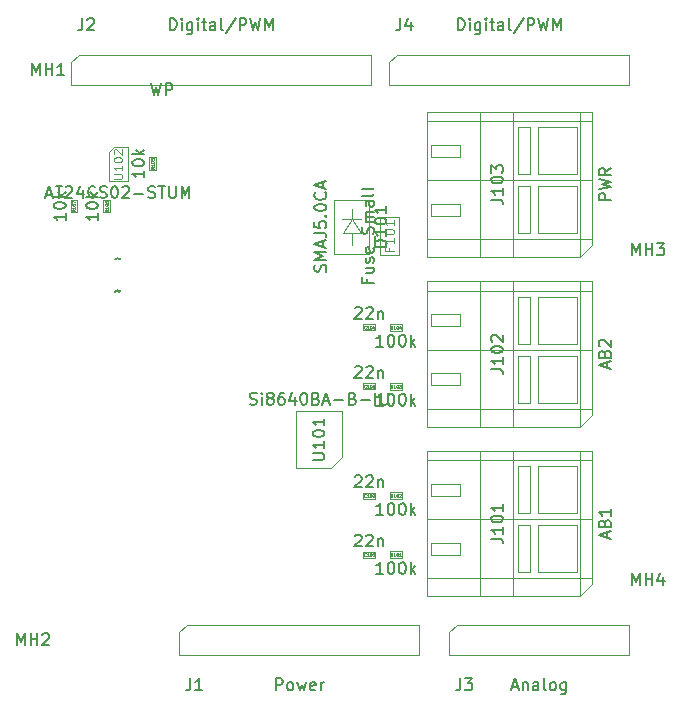
<source format=gbr>
%TF.GenerationSoftware,KiCad,Pcbnew,9.0.6+1*%
%TF.CreationDate,2025-12-14T17:41:01+00:00*%
%TF.ProjectId,dreh_shield,64726568-5f73-4686-9965-6c642e6b6963,0.1*%
%TF.SameCoordinates,Original*%
%TF.FileFunction,AssemblyDrawing,Top*%
%FSLAX46Y46*%
G04 Gerber Fmt 4.6, Leading zero omitted, Abs format (unit mm)*
G04 Created by KiCad (PCBNEW 9.0.6+1) date 2025-12-14 17:41:01*
%MOMM*%
%LPD*%
G01*
G04 APERTURE LIST*
%ADD10C,0.150000*%
%ADD11C,0.040000*%
%ADD12C,0.110000*%
%ADD13C,0.120000*%
%ADD14C,0.100000*%
G04 APERTURE END LIST*
D10*
X134853809Y-101724819D02*
X134853809Y-100724819D01*
X134853809Y-100724819D02*
X135234761Y-100724819D01*
X135234761Y-100724819D02*
X135329999Y-100772438D01*
X135329999Y-100772438D02*
X135377618Y-100820057D01*
X135377618Y-100820057D02*
X135425237Y-100915295D01*
X135425237Y-100915295D02*
X135425237Y-101058152D01*
X135425237Y-101058152D02*
X135377618Y-101153390D01*
X135377618Y-101153390D02*
X135329999Y-101201009D01*
X135329999Y-101201009D02*
X135234761Y-101248628D01*
X135234761Y-101248628D02*
X134853809Y-101248628D01*
X135996666Y-101724819D02*
X135901428Y-101677200D01*
X135901428Y-101677200D02*
X135853809Y-101629580D01*
X135853809Y-101629580D02*
X135806190Y-101534342D01*
X135806190Y-101534342D02*
X135806190Y-101248628D01*
X135806190Y-101248628D02*
X135853809Y-101153390D01*
X135853809Y-101153390D02*
X135901428Y-101105771D01*
X135901428Y-101105771D02*
X135996666Y-101058152D01*
X135996666Y-101058152D02*
X136139523Y-101058152D01*
X136139523Y-101058152D02*
X136234761Y-101105771D01*
X136234761Y-101105771D02*
X136282380Y-101153390D01*
X136282380Y-101153390D02*
X136329999Y-101248628D01*
X136329999Y-101248628D02*
X136329999Y-101534342D01*
X136329999Y-101534342D02*
X136282380Y-101629580D01*
X136282380Y-101629580D02*
X136234761Y-101677200D01*
X136234761Y-101677200D02*
X136139523Y-101724819D01*
X136139523Y-101724819D02*
X135996666Y-101724819D01*
X136663333Y-101058152D02*
X136853809Y-101724819D01*
X136853809Y-101724819D02*
X137044285Y-101248628D01*
X137044285Y-101248628D02*
X137234761Y-101724819D01*
X137234761Y-101724819D02*
X137425237Y-101058152D01*
X138187142Y-101677200D02*
X138091904Y-101724819D01*
X138091904Y-101724819D02*
X137901428Y-101724819D01*
X137901428Y-101724819D02*
X137806190Y-101677200D01*
X137806190Y-101677200D02*
X137758571Y-101581961D01*
X137758571Y-101581961D02*
X137758571Y-101201009D01*
X137758571Y-101201009D02*
X137806190Y-101105771D01*
X137806190Y-101105771D02*
X137901428Y-101058152D01*
X137901428Y-101058152D02*
X138091904Y-101058152D01*
X138091904Y-101058152D02*
X138187142Y-101105771D01*
X138187142Y-101105771D02*
X138234761Y-101201009D01*
X138234761Y-101201009D02*
X138234761Y-101296247D01*
X138234761Y-101296247D02*
X137758571Y-101391485D01*
X138663333Y-101724819D02*
X138663333Y-101058152D01*
X138663333Y-101248628D02*
X138710952Y-101153390D01*
X138710952Y-101153390D02*
X138758571Y-101105771D01*
X138758571Y-101105771D02*
X138853809Y-101058152D01*
X138853809Y-101058152D02*
X138949047Y-101058152D01*
X127606666Y-100724819D02*
X127606666Y-101439104D01*
X127606666Y-101439104D02*
X127559047Y-101581961D01*
X127559047Y-101581961D02*
X127463809Y-101677200D01*
X127463809Y-101677200D02*
X127320952Y-101724819D01*
X127320952Y-101724819D02*
X127225714Y-101724819D01*
X128606666Y-101724819D02*
X128035238Y-101724819D01*
X128320952Y-101724819D02*
X128320952Y-100724819D01*
X128320952Y-100724819D02*
X128225714Y-100867676D01*
X128225714Y-100867676D02*
X128130476Y-100962914D01*
X128130476Y-100962914D02*
X128035238Y-101010533D01*
X154840476Y-101439104D02*
X155316666Y-101439104D01*
X154745238Y-101724819D02*
X155078571Y-100724819D01*
X155078571Y-100724819D02*
X155411904Y-101724819D01*
X155745238Y-101058152D02*
X155745238Y-101724819D01*
X155745238Y-101153390D02*
X155792857Y-101105771D01*
X155792857Y-101105771D02*
X155888095Y-101058152D01*
X155888095Y-101058152D02*
X156030952Y-101058152D01*
X156030952Y-101058152D02*
X156126190Y-101105771D01*
X156126190Y-101105771D02*
X156173809Y-101201009D01*
X156173809Y-101201009D02*
X156173809Y-101724819D01*
X157078571Y-101724819D02*
X157078571Y-101201009D01*
X157078571Y-101201009D02*
X157030952Y-101105771D01*
X157030952Y-101105771D02*
X156935714Y-101058152D01*
X156935714Y-101058152D02*
X156745238Y-101058152D01*
X156745238Y-101058152D02*
X156650000Y-101105771D01*
X157078571Y-101677200D02*
X156983333Y-101724819D01*
X156983333Y-101724819D02*
X156745238Y-101724819D01*
X156745238Y-101724819D02*
X156650000Y-101677200D01*
X156650000Y-101677200D02*
X156602381Y-101581961D01*
X156602381Y-101581961D02*
X156602381Y-101486723D01*
X156602381Y-101486723D02*
X156650000Y-101391485D01*
X156650000Y-101391485D02*
X156745238Y-101343866D01*
X156745238Y-101343866D02*
X156983333Y-101343866D01*
X156983333Y-101343866D02*
X157078571Y-101296247D01*
X157697619Y-101724819D02*
X157602381Y-101677200D01*
X157602381Y-101677200D02*
X157554762Y-101581961D01*
X157554762Y-101581961D02*
X157554762Y-100724819D01*
X158221429Y-101724819D02*
X158126191Y-101677200D01*
X158126191Y-101677200D02*
X158078572Y-101629580D01*
X158078572Y-101629580D02*
X158030953Y-101534342D01*
X158030953Y-101534342D02*
X158030953Y-101248628D01*
X158030953Y-101248628D02*
X158078572Y-101153390D01*
X158078572Y-101153390D02*
X158126191Y-101105771D01*
X158126191Y-101105771D02*
X158221429Y-101058152D01*
X158221429Y-101058152D02*
X158364286Y-101058152D01*
X158364286Y-101058152D02*
X158459524Y-101105771D01*
X158459524Y-101105771D02*
X158507143Y-101153390D01*
X158507143Y-101153390D02*
X158554762Y-101248628D01*
X158554762Y-101248628D02*
X158554762Y-101534342D01*
X158554762Y-101534342D02*
X158507143Y-101629580D01*
X158507143Y-101629580D02*
X158459524Y-101677200D01*
X158459524Y-101677200D02*
X158364286Y-101724819D01*
X158364286Y-101724819D02*
X158221429Y-101724819D01*
X159411905Y-101058152D02*
X159411905Y-101867676D01*
X159411905Y-101867676D02*
X159364286Y-101962914D01*
X159364286Y-101962914D02*
X159316667Y-102010533D01*
X159316667Y-102010533D02*
X159221429Y-102058152D01*
X159221429Y-102058152D02*
X159078572Y-102058152D01*
X159078572Y-102058152D02*
X158983334Y-102010533D01*
X159411905Y-101677200D02*
X159316667Y-101724819D01*
X159316667Y-101724819D02*
X159126191Y-101724819D01*
X159126191Y-101724819D02*
X159030953Y-101677200D01*
X159030953Y-101677200D02*
X158983334Y-101629580D01*
X158983334Y-101629580D02*
X158935715Y-101534342D01*
X158935715Y-101534342D02*
X158935715Y-101248628D01*
X158935715Y-101248628D02*
X158983334Y-101153390D01*
X158983334Y-101153390D02*
X159030953Y-101105771D01*
X159030953Y-101105771D02*
X159126191Y-101058152D01*
X159126191Y-101058152D02*
X159316667Y-101058152D01*
X159316667Y-101058152D02*
X159411905Y-101105771D01*
X150466666Y-100724819D02*
X150466666Y-101439104D01*
X150466666Y-101439104D02*
X150419047Y-101581961D01*
X150419047Y-101581961D02*
X150323809Y-101677200D01*
X150323809Y-101677200D02*
X150180952Y-101724819D01*
X150180952Y-101724819D02*
X150085714Y-101724819D01*
X150847619Y-100724819D02*
X151466666Y-100724819D01*
X151466666Y-100724819D02*
X151133333Y-101105771D01*
X151133333Y-101105771D02*
X151276190Y-101105771D01*
X151276190Y-101105771D02*
X151371428Y-101153390D01*
X151371428Y-101153390D02*
X151419047Y-101201009D01*
X151419047Y-101201009D02*
X151466666Y-101296247D01*
X151466666Y-101296247D02*
X151466666Y-101534342D01*
X151466666Y-101534342D02*
X151419047Y-101629580D01*
X151419047Y-101629580D02*
X151371428Y-101677200D01*
X151371428Y-101677200D02*
X151276190Y-101724819D01*
X151276190Y-101724819D02*
X150990476Y-101724819D01*
X150990476Y-101724819D02*
X150895238Y-101677200D01*
X150895238Y-101677200D02*
X150847619Y-101629580D01*
X125868857Y-45844819D02*
X125868857Y-44844819D01*
X125868857Y-44844819D02*
X126106952Y-44844819D01*
X126106952Y-44844819D02*
X126249809Y-44892438D01*
X126249809Y-44892438D02*
X126345047Y-44987676D01*
X126345047Y-44987676D02*
X126392666Y-45082914D01*
X126392666Y-45082914D02*
X126440285Y-45273390D01*
X126440285Y-45273390D02*
X126440285Y-45416247D01*
X126440285Y-45416247D02*
X126392666Y-45606723D01*
X126392666Y-45606723D02*
X126345047Y-45701961D01*
X126345047Y-45701961D02*
X126249809Y-45797200D01*
X126249809Y-45797200D02*
X126106952Y-45844819D01*
X126106952Y-45844819D02*
X125868857Y-45844819D01*
X126868857Y-45844819D02*
X126868857Y-45178152D01*
X126868857Y-44844819D02*
X126821238Y-44892438D01*
X126821238Y-44892438D02*
X126868857Y-44940057D01*
X126868857Y-44940057D02*
X126916476Y-44892438D01*
X126916476Y-44892438D02*
X126868857Y-44844819D01*
X126868857Y-44844819D02*
X126868857Y-44940057D01*
X127773618Y-45178152D02*
X127773618Y-45987676D01*
X127773618Y-45987676D02*
X127725999Y-46082914D01*
X127725999Y-46082914D02*
X127678380Y-46130533D01*
X127678380Y-46130533D02*
X127583142Y-46178152D01*
X127583142Y-46178152D02*
X127440285Y-46178152D01*
X127440285Y-46178152D02*
X127345047Y-46130533D01*
X127773618Y-45797200D02*
X127678380Y-45844819D01*
X127678380Y-45844819D02*
X127487904Y-45844819D01*
X127487904Y-45844819D02*
X127392666Y-45797200D01*
X127392666Y-45797200D02*
X127345047Y-45749580D01*
X127345047Y-45749580D02*
X127297428Y-45654342D01*
X127297428Y-45654342D02*
X127297428Y-45368628D01*
X127297428Y-45368628D02*
X127345047Y-45273390D01*
X127345047Y-45273390D02*
X127392666Y-45225771D01*
X127392666Y-45225771D02*
X127487904Y-45178152D01*
X127487904Y-45178152D02*
X127678380Y-45178152D01*
X127678380Y-45178152D02*
X127773618Y-45225771D01*
X128249809Y-45844819D02*
X128249809Y-45178152D01*
X128249809Y-44844819D02*
X128202190Y-44892438D01*
X128202190Y-44892438D02*
X128249809Y-44940057D01*
X128249809Y-44940057D02*
X128297428Y-44892438D01*
X128297428Y-44892438D02*
X128249809Y-44844819D01*
X128249809Y-44844819D02*
X128249809Y-44940057D01*
X128583142Y-45178152D02*
X128964094Y-45178152D01*
X128725999Y-44844819D02*
X128725999Y-45701961D01*
X128725999Y-45701961D02*
X128773618Y-45797200D01*
X128773618Y-45797200D02*
X128868856Y-45844819D01*
X128868856Y-45844819D02*
X128964094Y-45844819D01*
X129725999Y-45844819D02*
X129725999Y-45321009D01*
X129725999Y-45321009D02*
X129678380Y-45225771D01*
X129678380Y-45225771D02*
X129583142Y-45178152D01*
X129583142Y-45178152D02*
X129392666Y-45178152D01*
X129392666Y-45178152D02*
X129297428Y-45225771D01*
X129725999Y-45797200D02*
X129630761Y-45844819D01*
X129630761Y-45844819D02*
X129392666Y-45844819D01*
X129392666Y-45844819D02*
X129297428Y-45797200D01*
X129297428Y-45797200D02*
X129249809Y-45701961D01*
X129249809Y-45701961D02*
X129249809Y-45606723D01*
X129249809Y-45606723D02*
X129297428Y-45511485D01*
X129297428Y-45511485D02*
X129392666Y-45463866D01*
X129392666Y-45463866D02*
X129630761Y-45463866D01*
X129630761Y-45463866D02*
X129725999Y-45416247D01*
X130345047Y-45844819D02*
X130249809Y-45797200D01*
X130249809Y-45797200D02*
X130202190Y-45701961D01*
X130202190Y-45701961D02*
X130202190Y-44844819D01*
X131440285Y-44797200D02*
X130583143Y-46082914D01*
X131773619Y-45844819D02*
X131773619Y-44844819D01*
X131773619Y-44844819D02*
X132154571Y-44844819D01*
X132154571Y-44844819D02*
X132249809Y-44892438D01*
X132249809Y-44892438D02*
X132297428Y-44940057D01*
X132297428Y-44940057D02*
X132345047Y-45035295D01*
X132345047Y-45035295D02*
X132345047Y-45178152D01*
X132345047Y-45178152D02*
X132297428Y-45273390D01*
X132297428Y-45273390D02*
X132249809Y-45321009D01*
X132249809Y-45321009D02*
X132154571Y-45368628D01*
X132154571Y-45368628D02*
X131773619Y-45368628D01*
X132678381Y-44844819D02*
X132916476Y-45844819D01*
X132916476Y-45844819D02*
X133106952Y-45130533D01*
X133106952Y-45130533D02*
X133297428Y-45844819D01*
X133297428Y-45844819D02*
X133535524Y-44844819D01*
X133916476Y-45844819D02*
X133916476Y-44844819D01*
X133916476Y-44844819D02*
X134249809Y-45559104D01*
X134249809Y-45559104D02*
X134583142Y-44844819D01*
X134583142Y-44844819D02*
X134583142Y-45844819D01*
X118462666Y-44844819D02*
X118462666Y-45559104D01*
X118462666Y-45559104D02*
X118415047Y-45701961D01*
X118415047Y-45701961D02*
X118319809Y-45797200D01*
X118319809Y-45797200D02*
X118176952Y-45844819D01*
X118176952Y-45844819D02*
X118081714Y-45844819D01*
X118891238Y-44940057D02*
X118938857Y-44892438D01*
X118938857Y-44892438D02*
X119034095Y-44844819D01*
X119034095Y-44844819D02*
X119272190Y-44844819D01*
X119272190Y-44844819D02*
X119367428Y-44892438D01*
X119367428Y-44892438D02*
X119415047Y-44940057D01*
X119415047Y-44940057D02*
X119462666Y-45035295D01*
X119462666Y-45035295D02*
X119462666Y-45130533D01*
X119462666Y-45130533D02*
X119415047Y-45273390D01*
X119415047Y-45273390D02*
X118843619Y-45844819D01*
X118843619Y-45844819D02*
X119462666Y-45844819D01*
X150252857Y-45844819D02*
X150252857Y-44844819D01*
X150252857Y-44844819D02*
X150490952Y-44844819D01*
X150490952Y-44844819D02*
X150633809Y-44892438D01*
X150633809Y-44892438D02*
X150729047Y-44987676D01*
X150729047Y-44987676D02*
X150776666Y-45082914D01*
X150776666Y-45082914D02*
X150824285Y-45273390D01*
X150824285Y-45273390D02*
X150824285Y-45416247D01*
X150824285Y-45416247D02*
X150776666Y-45606723D01*
X150776666Y-45606723D02*
X150729047Y-45701961D01*
X150729047Y-45701961D02*
X150633809Y-45797200D01*
X150633809Y-45797200D02*
X150490952Y-45844819D01*
X150490952Y-45844819D02*
X150252857Y-45844819D01*
X151252857Y-45844819D02*
X151252857Y-45178152D01*
X151252857Y-44844819D02*
X151205238Y-44892438D01*
X151205238Y-44892438D02*
X151252857Y-44940057D01*
X151252857Y-44940057D02*
X151300476Y-44892438D01*
X151300476Y-44892438D02*
X151252857Y-44844819D01*
X151252857Y-44844819D02*
X151252857Y-44940057D01*
X152157618Y-45178152D02*
X152157618Y-45987676D01*
X152157618Y-45987676D02*
X152109999Y-46082914D01*
X152109999Y-46082914D02*
X152062380Y-46130533D01*
X152062380Y-46130533D02*
X151967142Y-46178152D01*
X151967142Y-46178152D02*
X151824285Y-46178152D01*
X151824285Y-46178152D02*
X151729047Y-46130533D01*
X152157618Y-45797200D02*
X152062380Y-45844819D01*
X152062380Y-45844819D02*
X151871904Y-45844819D01*
X151871904Y-45844819D02*
X151776666Y-45797200D01*
X151776666Y-45797200D02*
X151729047Y-45749580D01*
X151729047Y-45749580D02*
X151681428Y-45654342D01*
X151681428Y-45654342D02*
X151681428Y-45368628D01*
X151681428Y-45368628D02*
X151729047Y-45273390D01*
X151729047Y-45273390D02*
X151776666Y-45225771D01*
X151776666Y-45225771D02*
X151871904Y-45178152D01*
X151871904Y-45178152D02*
X152062380Y-45178152D01*
X152062380Y-45178152D02*
X152157618Y-45225771D01*
X152633809Y-45844819D02*
X152633809Y-45178152D01*
X152633809Y-44844819D02*
X152586190Y-44892438D01*
X152586190Y-44892438D02*
X152633809Y-44940057D01*
X152633809Y-44940057D02*
X152681428Y-44892438D01*
X152681428Y-44892438D02*
X152633809Y-44844819D01*
X152633809Y-44844819D02*
X152633809Y-44940057D01*
X152967142Y-45178152D02*
X153348094Y-45178152D01*
X153109999Y-44844819D02*
X153109999Y-45701961D01*
X153109999Y-45701961D02*
X153157618Y-45797200D01*
X153157618Y-45797200D02*
X153252856Y-45844819D01*
X153252856Y-45844819D02*
X153348094Y-45844819D01*
X154109999Y-45844819D02*
X154109999Y-45321009D01*
X154109999Y-45321009D02*
X154062380Y-45225771D01*
X154062380Y-45225771D02*
X153967142Y-45178152D01*
X153967142Y-45178152D02*
X153776666Y-45178152D01*
X153776666Y-45178152D02*
X153681428Y-45225771D01*
X154109999Y-45797200D02*
X154014761Y-45844819D01*
X154014761Y-45844819D02*
X153776666Y-45844819D01*
X153776666Y-45844819D02*
X153681428Y-45797200D01*
X153681428Y-45797200D02*
X153633809Y-45701961D01*
X153633809Y-45701961D02*
X153633809Y-45606723D01*
X153633809Y-45606723D02*
X153681428Y-45511485D01*
X153681428Y-45511485D02*
X153776666Y-45463866D01*
X153776666Y-45463866D02*
X154014761Y-45463866D01*
X154014761Y-45463866D02*
X154109999Y-45416247D01*
X154729047Y-45844819D02*
X154633809Y-45797200D01*
X154633809Y-45797200D02*
X154586190Y-45701961D01*
X154586190Y-45701961D02*
X154586190Y-44844819D01*
X155824285Y-44797200D02*
X154967143Y-46082914D01*
X156157619Y-45844819D02*
X156157619Y-44844819D01*
X156157619Y-44844819D02*
X156538571Y-44844819D01*
X156538571Y-44844819D02*
X156633809Y-44892438D01*
X156633809Y-44892438D02*
X156681428Y-44940057D01*
X156681428Y-44940057D02*
X156729047Y-45035295D01*
X156729047Y-45035295D02*
X156729047Y-45178152D01*
X156729047Y-45178152D02*
X156681428Y-45273390D01*
X156681428Y-45273390D02*
X156633809Y-45321009D01*
X156633809Y-45321009D02*
X156538571Y-45368628D01*
X156538571Y-45368628D02*
X156157619Y-45368628D01*
X157062381Y-44844819D02*
X157300476Y-45844819D01*
X157300476Y-45844819D02*
X157490952Y-45130533D01*
X157490952Y-45130533D02*
X157681428Y-45844819D01*
X157681428Y-45844819D02*
X157919524Y-44844819D01*
X158300476Y-45844819D02*
X158300476Y-44844819D01*
X158300476Y-44844819D02*
X158633809Y-45559104D01*
X158633809Y-45559104D02*
X158967142Y-44844819D01*
X158967142Y-44844819D02*
X158967142Y-45844819D01*
X145386666Y-44844819D02*
X145386666Y-45559104D01*
X145386666Y-45559104D02*
X145339047Y-45701961D01*
X145339047Y-45701961D02*
X145243809Y-45797200D01*
X145243809Y-45797200D02*
X145100952Y-45844819D01*
X145100952Y-45844819D02*
X145005714Y-45844819D01*
X146291428Y-45178152D02*
X146291428Y-45844819D01*
X146053333Y-44797200D02*
X145815238Y-45511485D01*
X145815238Y-45511485D02*
X146434285Y-45511485D01*
X163192319Y-60233332D02*
X162192319Y-60233332D01*
X162192319Y-60233332D02*
X162192319Y-59852380D01*
X162192319Y-59852380D02*
X162239938Y-59757142D01*
X162239938Y-59757142D02*
X162287557Y-59709523D01*
X162287557Y-59709523D02*
X162382795Y-59661904D01*
X162382795Y-59661904D02*
X162525652Y-59661904D01*
X162525652Y-59661904D02*
X162620890Y-59709523D01*
X162620890Y-59709523D02*
X162668509Y-59757142D01*
X162668509Y-59757142D02*
X162716128Y-59852380D01*
X162716128Y-59852380D02*
X162716128Y-60233332D01*
X162192319Y-59328570D02*
X163192319Y-59090475D01*
X163192319Y-59090475D02*
X162478033Y-58899999D01*
X162478033Y-58899999D02*
X163192319Y-58709523D01*
X163192319Y-58709523D02*
X162192319Y-58471428D01*
X163192319Y-57519047D02*
X162716128Y-57852380D01*
X163192319Y-58090475D02*
X162192319Y-58090475D01*
X162192319Y-58090475D02*
X162192319Y-57709523D01*
X162192319Y-57709523D02*
X162239938Y-57614285D01*
X162239938Y-57614285D02*
X162287557Y-57566666D01*
X162287557Y-57566666D02*
X162382795Y-57519047D01*
X162382795Y-57519047D02*
X162525652Y-57519047D01*
X162525652Y-57519047D02*
X162620890Y-57566666D01*
X162620890Y-57566666D02*
X162668509Y-57614285D01*
X162668509Y-57614285D02*
X162716128Y-57709523D01*
X162716128Y-57709523D02*
X162716128Y-58090475D01*
X153072319Y-60185714D02*
X153786604Y-60185714D01*
X153786604Y-60185714D02*
X153929461Y-60233333D01*
X153929461Y-60233333D02*
X154024700Y-60328571D01*
X154024700Y-60328571D02*
X154072319Y-60471428D01*
X154072319Y-60471428D02*
X154072319Y-60566666D01*
X154072319Y-59185714D02*
X154072319Y-59757142D01*
X154072319Y-59471428D02*
X153072319Y-59471428D01*
X153072319Y-59471428D02*
X153215176Y-59566666D01*
X153215176Y-59566666D02*
X153310414Y-59661904D01*
X153310414Y-59661904D02*
X153358033Y-59757142D01*
X153072319Y-58566666D02*
X153072319Y-58471428D01*
X153072319Y-58471428D02*
X153119938Y-58376190D01*
X153119938Y-58376190D02*
X153167557Y-58328571D01*
X153167557Y-58328571D02*
X153262795Y-58280952D01*
X153262795Y-58280952D02*
X153453271Y-58233333D01*
X153453271Y-58233333D02*
X153691366Y-58233333D01*
X153691366Y-58233333D02*
X153881842Y-58280952D01*
X153881842Y-58280952D02*
X153977080Y-58328571D01*
X153977080Y-58328571D02*
X154024700Y-58376190D01*
X154024700Y-58376190D02*
X154072319Y-58471428D01*
X154072319Y-58471428D02*
X154072319Y-58566666D01*
X154072319Y-58566666D02*
X154024700Y-58661904D01*
X154024700Y-58661904D02*
X153977080Y-58709523D01*
X153977080Y-58709523D02*
X153881842Y-58757142D01*
X153881842Y-58757142D02*
X153691366Y-58804761D01*
X153691366Y-58804761D02*
X153453271Y-58804761D01*
X153453271Y-58804761D02*
X153262795Y-58757142D01*
X153262795Y-58757142D02*
X153167557Y-58709523D01*
X153167557Y-58709523D02*
X153119938Y-58661904D01*
X153119938Y-58661904D02*
X153072319Y-58566666D01*
X153072319Y-57899999D02*
X153072319Y-57280952D01*
X153072319Y-57280952D02*
X153453271Y-57614285D01*
X153453271Y-57614285D02*
X153453271Y-57471428D01*
X153453271Y-57471428D02*
X153500890Y-57376190D01*
X153500890Y-57376190D02*
X153548509Y-57328571D01*
X153548509Y-57328571D02*
X153643747Y-57280952D01*
X153643747Y-57280952D02*
X153881842Y-57280952D01*
X153881842Y-57280952D02*
X153977080Y-57328571D01*
X153977080Y-57328571D02*
X154024700Y-57376190D01*
X154024700Y-57376190D02*
X154072319Y-57471428D01*
X154072319Y-57471428D02*
X154072319Y-57757142D01*
X154072319Y-57757142D02*
X154024700Y-57852380D01*
X154024700Y-57852380D02*
X153977080Y-57899999D01*
X119784819Y-61345238D02*
X119784819Y-61916666D01*
X119784819Y-61630952D02*
X118784819Y-61630952D01*
X118784819Y-61630952D02*
X118927676Y-61726190D01*
X118927676Y-61726190D02*
X119022914Y-61821428D01*
X119022914Y-61821428D02*
X119070533Y-61916666D01*
X118784819Y-60726190D02*
X118784819Y-60630952D01*
X118784819Y-60630952D02*
X118832438Y-60535714D01*
X118832438Y-60535714D02*
X118880057Y-60488095D01*
X118880057Y-60488095D02*
X118975295Y-60440476D01*
X118975295Y-60440476D02*
X119165771Y-60392857D01*
X119165771Y-60392857D02*
X119403866Y-60392857D01*
X119403866Y-60392857D02*
X119594342Y-60440476D01*
X119594342Y-60440476D02*
X119689580Y-60488095D01*
X119689580Y-60488095D02*
X119737200Y-60535714D01*
X119737200Y-60535714D02*
X119784819Y-60630952D01*
X119784819Y-60630952D02*
X119784819Y-60726190D01*
X119784819Y-60726190D02*
X119737200Y-60821428D01*
X119737200Y-60821428D02*
X119689580Y-60869047D01*
X119689580Y-60869047D02*
X119594342Y-60916666D01*
X119594342Y-60916666D02*
X119403866Y-60964285D01*
X119403866Y-60964285D02*
X119165771Y-60964285D01*
X119165771Y-60964285D02*
X118975295Y-60916666D01*
X118975295Y-60916666D02*
X118880057Y-60869047D01*
X118880057Y-60869047D02*
X118832438Y-60821428D01*
X118832438Y-60821428D02*
X118784819Y-60726190D01*
X119784819Y-59964285D02*
X118784819Y-59964285D01*
X119403866Y-59869047D02*
X119784819Y-59583333D01*
X119118152Y-59583333D02*
X119499104Y-59964285D01*
D11*
X120618200Y-61040951D02*
X120494391Y-61127618D01*
X120618200Y-61189523D02*
X120358200Y-61189523D01*
X120358200Y-61189523D02*
X120358200Y-61090475D01*
X120358200Y-61090475D02*
X120370581Y-61065713D01*
X120370581Y-61065713D02*
X120382962Y-61053332D01*
X120382962Y-61053332D02*
X120407724Y-61040951D01*
X120407724Y-61040951D02*
X120444867Y-61040951D01*
X120444867Y-61040951D02*
X120469629Y-61053332D01*
X120469629Y-61053332D02*
X120482010Y-61065713D01*
X120482010Y-61065713D02*
X120494391Y-61090475D01*
X120494391Y-61090475D02*
X120494391Y-61189523D01*
X120618200Y-60793332D02*
X120618200Y-60941904D01*
X120618200Y-60867618D02*
X120358200Y-60867618D01*
X120358200Y-60867618D02*
X120395343Y-60892380D01*
X120395343Y-60892380D02*
X120420105Y-60917142D01*
X120420105Y-60917142D02*
X120432486Y-60941904D01*
X120358200Y-60632380D02*
X120358200Y-60607618D01*
X120358200Y-60607618D02*
X120370581Y-60582856D01*
X120370581Y-60582856D02*
X120382962Y-60570475D01*
X120382962Y-60570475D02*
X120407724Y-60558094D01*
X120407724Y-60558094D02*
X120457248Y-60545713D01*
X120457248Y-60545713D02*
X120519153Y-60545713D01*
X120519153Y-60545713D02*
X120568677Y-60558094D01*
X120568677Y-60558094D02*
X120593439Y-60570475D01*
X120593439Y-60570475D02*
X120605820Y-60582856D01*
X120605820Y-60582856D02*
X120618200Y-60607618D01*
X120618200Y-60607618D02*
X120618200Y-60632380D01*
X120618200Y-60632380D02*
X120605820Y-60657142D01*
X120605820Y-60657142D02*
X120593439Y-60669523D01*
X120593439Y-60669523D02*
X120568677Y-60681904D01*
X120568677Y-60681904D02*
X120519153Y-60694285D01*
X120519153Y-60694285D02*
X120457248Y-60694285D01*
X120457248Y-60694285D02*
X120407724Y-60681904D01*
X120407724Y-60681904D02*
X120382962Y-60669523D01*
X120382962Y-60669523D02*
X120370581Y-60657142D01*
X120370581Y-60657142D02*
X120358200Y-60632380D01*
X120358200Y-60322856D02*
X120358200Y-60372380D01*
X120358200Y-60372380D02*
X120370581Y-60397142D01*
X120370581Y-60397142D02*
X120382962Y-60409523D01*
X120382962Y-60409523D02*
X120420105Y-60434285D01*
X120420105Y-60434285D02*
X120469629Y-60446666D01*
X120469629Y-60446666D02*
X120568677Y-60446666D01*
X120568677Y-60446666D02*
X120593439Y-60434285D01*
X120593439Y-60434285D02*
X120605820Y-60421904D01*
X120605820Y-60421904D02*
X120618200Y-60397142D01*
X120618200Y-60397142D02*
X120618200Y-60347618D01*
X120618200Y-60347618D02*
X120605820Y-60322856D01*
X120605820Y-60322856D02*
X120593439Y-60310475D01*
X120593439Y-60310475D02*
X120568677Y-60298094D01*
X120568677Y-60298094D02*
X120506772Y-60298094D01*
X120506772Y-60298094D02*
X120482010Y-60310475D01*
X120482010Y-60310475D02*
X120469629Y-60322856D01*
X120469629Y-60322856D02*
X120457248Y-60347618D01*
X120457248Y-60347618D02*
X120457248Y-60397142D01*
X120457248Y-60397142D02*
X120469629Y-60421904D01*
X120469629Y-60421904D02*
X120482010Y-60434285D01*
X120482010Y-60434285D02*
X120506772Y-60446666D01*
D10*
X121238095Y-67973866D02*
X121285714Y-67926247D01*
X121285714Y-67926247D02*
X121380952Y-67878628D01*
X121380952Y-67878628D02*
X121571428Y-67973866D01*
X121571428Y-67973866D02*
X121666666Y-67926247D01*
X121666666Y-67926247D02*
X121714285Y-67878628D01*
X123684819Y-57735238D02*
X123684819Y-58306666D01*
X123684819Y-58020952D02*
X122684819Y-58020952D01*
X122684819Y-58020952D02*
X122827676Y-58116190D01*
X122827676Y-58116190D02*
X122922914Y-58211428D01*
X122922914Y-58211428D02*
X122970533Y-58306666D01*
X122684819Y-57116190D02*
X122684819Y-57020952D01*
X122684819Y-57020952D02*
X122732438Y-56925714D01*
X122732438Y-56925714D02*
X122780057Y-56878095D01*
X122780057Y-56878095D02*
X122875295Y-56830476D01*
X122875295Y-56830476D02*
X123065771Y-56782857D01*
X123065771Y-56782857D02*
X123303866Y-56782857D01*
X123303866Y-56782857D02*
X123494342Y-56830476D01*
X123494342Y-56830476D02*
X123589580Y-56878095D01*
X123589580Y-56878095D02*
X123637200Y-56925714D01*
X123637200Y-56925714D02*
X123684819Y-57020952D01*
X123684819Y-57020952D02*
X123684819Y-57116190D01*
X123684819Y-57116190D02*
X123637200Y-57211428D01*
X123637200Y-57211428D02*
X123589580Y-57259047D01*
X123589580Y-57259047D02*
X123494342Y-57306666D01*
X123494342Y-57306666D02*
X123303866Y-57354285D01*
X123303866Y-57354285D02*
X123065771Y-57354285D01*
X123065771Y-57354285D02*
X122875295Y-57306666D01*
X122875295Y-57306666D02*
X122780057Y-57259047D01*
X122780057Y-57259047D02*
X122732438Y-57211428D01*
X122732438Y-57211428D02*
X122684819Y-57116190D01*
X123684819Y-56354285D02*
X122684819Y-56354285D01*
X123303866Y-56259047D02*
X123684819Y-55973333D01*
X123018152Y-55973333D02*
X123399104Y-56354285D01*
D11*
X124518200Y-57430951D02*
X124394391Y-57517618D01*
X124518200Y-57579523D02*
X124258200Y-57579523D01*
X124258200Y-57579523D02*
X124258200Y-57480475D01*
X124258200Y-57480475D02*
X124270581Y-57455713D01*
X124270581Y-57455713D02*
X124282962Y-57443332D01*
X124282962Y-57443332D02*
X124307724Y-57430951D01*
X124307724Y-57430951D02*
X124344867Y-57430951D01*
X124344867Y-57430951D02*
X124369629Y-57443332D01*
X124369629Y-57443332D02*
X124382010Y-57455713D01*
X124382010Y-57455713D02*
X124394391Y-57480475D01*
X124394391Y-57480475D02*
X124394391Y-57579523D01*
X124518200Y-57183332D02*
X124518200Y-57331904D01*
X124518200Y-57257618D02*
X124258200Y-57257618D01*
X124258200Y-57257618D02*
X124295343Y-57282380D01*
X124295343Y-57282380D02*
X124320105Y-57307142D01*
X124320105Y-57307142D02*
X124332486Y-57331904D01*
X124258200Y-57022380D02*
X124258200Y-56997618D01*
X124258200Y-56997618D02*
X124270581Y-56972856D01*
X124270581Y-56972856D02*
X124282962Y-56960475D01*
X124282962Y-56960475D02*
X124307724Y-56948094D01*
X124307724Y-56948094D02*
X124357248Y-56935713D01*
X124357248Y-56935713D02*
X124419153Y-56935713D01*
X124419153Y-56935713D02*
X124468677Y-56948094D01*
X124468677Y-56948094D02*
X124493439Y-56960475D01*
X124493439Y-56960475D02*
X124505820Y-56972856D01*
X124505820Y-56972856D02*
X124518200Y-56997618D01*
X124518200Y-56997618D02*
X124518200Y-57022380D01*
X124518200Y-57022380D02*
X124505820Y-57047142D01*
X124505820Y-57047142D02*
X124493439Y-57059523D01*
X124493439Y-57059523D02*
X124468677Y-57071904D01*
X124468677Y-57071904D02*
X124419153Y-57084285D01*
X124419153Y-57084285D02*
X124357248Y-57084285D01*
X124357248Y-57084285D02*
X124307724Y-57071904D01*
X124307724Y-57071904D02*
X124282962Y-57059523D01*
X124282962Y-57059523D02*
X124270581Y-57047142D01*
X124270581Y-57047142D02*
X124258200Y-57022380D01*
X124258200Y-56700475D02*
X124258200Y-56824285D01*
X124258200Y-56824285D02*
X124382010Y-56836666D01*
X124382010Y-56836666D02*
X124369629Y-56824285D01*
X124369629Y-56824285D02*
X124357248Y-56799523D01*
X124357248Y-56799523D02*
X124357248Y-56737618D01*
X124357248Y-56737618D02*
X124369629Y-56712856D01*
X124369629Y-56712856D02*
X124382010Y-56700475D01*
X124382010Y-56700475D02*
X124406772Y-56688094D01*
X124406772Y-56688094D02*
X124468677Y-56688094D01*
X124468677Y-56688094D02*
X124493439Y-56700475D01*
X124493439Y-56700475D02*
X124505820Y-56712856D01*
X124505820Y-56712856D02*
X124518200Y-56737618D01*
X124518200Y-56737618D02*
X124518200Y-56799523D01*
X124518200Y-56799523D02*
X124505820Y-56824285D01*
X124505820Y-56824285D02*
X124493439Y-56836666D01*
D10*
X124271429Y-50354819D02*
X124509524Y-51354819D01*
X124509524Y-51354819D02*
X124700000Y-50640533D01*
X124700000Y-50640533D02*
X124890476Y-51354819D01*
X124890476Y-51354819D02*
X125128572Y-50354819D01*
X125509524Y-51354819D02*
X125509524Y-50354819D01*
X125509524Y-50354819D02*
X125890476Y-50354819D01*
X125890476Y-50354819D02*
X125985714Y-50402438D01*
X125985714Y-50402438D02*
X126033333Y-50450057D01*
X126033333Y-50450057D02*
X126080952Y-50545295D01*
X126080952Y-50545295D02*
X126080952Y-50688152D01*
X126080952Y-50688152D02*
X126033333Y-50783390D01*
X126033333Y-50783390D02*
X125985714Y-50831009D01*
X125985714Y-50831009D02*
X125890476Y-50878628D01*
X125890476Y-50878628D02*
X125509524Y-50878628D01*
X162906604Y-74464285D02*
X162906604Y-73988095D01*
X163192319Y-74559523D02*
X162192319Y-74226190D01*
X162192319Y-74226190D02*
X163192319Y-73892857D01*
X162668509Y-73226190D02*
X162716128Y-73083333D01*
X162716128Y-73083333D02*
X162763747Y-73035714D01*
X162763747Y-73035714D02*
X162858985Y-72988095D01*
X162858985Y-72988095D02*
X163001842Y-72988095D01*
X163001842Y-72988095D02*
X163097080Y-73035714D01*
X163097080Y-73035714D02*
X163144700Y-73083333D01*
X163144700Y-73083333D02*
X163192319Y-73178571D01*
X163192319Y-73178571D02*
X163192319Y-73559523D01*
X163192319Y-73559523D02*
X162192319Y-73559523D01*
X162192319Y-73559523D02*
X162192319Y-73226190D01*
X162192319Y-73226190D02*
X162239938Y-73130952D01*
X162239938Y-73130952D02*
X162287557Y-73083333D01*
X162287557Y-73083333D02*
X162382795Y-73035714D01*
X162382795Y-73035714D02*
X162478033Y-73035714D01*
X162478033Y-73035714D02*
X162573271Y-73083333D01*
X162573271Y-73083333D02*
X162620890Y-73130952D01*
X162620890Y-73130952D02*
X162668509Y-73226190D01*
X162668509Y-73226190D02*
X162668509Y-73559523D01*
X162287557Y-72607142D02*
X162239938Y-72559523D01*
X162239938Y-72559523D02*
X162192319Y-72464285D01*
X162192319Y-72464285D02*
X162192319Y-72226190D01*
X162192319Y-72226190D02*
X162239938Y-72130952D01*
X162239938Y-72130952D02*
X162287557Y-72083333D01*
X162287557Y-72083333D02*
X162382795Y-72035714D01*
X162382795Y-72035714D02*
X162478033Y-72035714D01*
X162478033Y-72035714D02*
X162620890Y-72083333D01*
X162620890Y-72083333D02*
X163192319Y-72654761D01*
X163192319Y-72654761D02*
X163192319Y-72035714D01*
X153072319Y-74535714D02*
X153786604Y-74535714D01*
X153786604Y-74535714D02*
X153929461Y-74583333D01*
X153929461Y-74583333D02*
X154024700Y-74678571D01*
X154024700Y-74678571D02*
X154072319Y-74821428D01*
X154072319Y-74821428D02*
X154072319Y-74916666D01*
X154072319Y-73535714D02*
X154072319Y-74107142D01*
X154072319Y-73821428D02*
X153072319Y-73821428D01*
X153072319Y-73821428D02*
X153215176Y-73916666D01*
X153215176Y-73916666D02*
X153310414Y-74011904D01*
X153310414Y-74011904D02*
X153358033Y-74107142D01*
X153072319Y-72916666D02*
X153072319Y-72821428D01*
X153072319Y-72821428D02*
X153119938Y-72726190D01*
X153119938Y-72726190D02*
X153167557Y-72678571D01*
X153167557Y-72678571D02*
X153262795Y-72630952D01*
X153262795Y-72630952D02*
X153453271Y-72583333D01*
X153453271Y-72583333D02*
X153691366Y-72583333D01*
X153691366Y-72583333D02*
X153881842Y-72630952D01*
X153881842Y-72630952D02*
X153977080Y-72678571D01*
X153977080Y-72678571D02*
X154024700Y-72726190D01*
X154024700Y-72726190D02*
X154072319Y-72821428D01*
X154072319Y-72821428D02*
X154072319Y-72916666D01*
X154072319Y-72916666D02*
X154024700Y-73011904D01*
X154024700Y-73011904D02*
X153977080Y-73059523D01*
X153977080Y-73059523D02*
X153881842Y-73107142D01*
X153881842Y-73107142D02*
X153691366Y-73154761D01*
X153691366Y-73154761D02*
X153453271Y-73154761D01*
X153453271Y-73154761D02*
X153262795Y-73107142D01*
X153262795Y-73107142D02*
X153167557Y-73059523D01*
X153167557Y-73059523D02*
X153119938Y-73011904D01*
X153119938Y-73011904D02*
X153072319Y-72916666D01*
X153167557Y-72202380D02*
X153119938Y-72154761D01*
X153119938Y-72154761D02*
X153072319Y-72059523D01*
X153072319Y-72059523D02*
X153072319Y-71821428D01*
X153072319Y-71821428D02*
X153119938Y-71726190D01*
X153119938Y-71726190D02*
X153167557Y-71678571D01*
X153167557Y-71678571D02*
X153262795Y-71630952D01*
X153262795Y-71630952D02*
X153358033Y-71630952D01*
X153358033Y-71630952D02*
X153500890Y-71678571D01*
X153500890Y-71678571D02*
X154072319Y-72249999D01*
X154072319Y-72249999D02*
X154072319Y-71630952D01*
X121238095Y-65223866D02*
X121285714Y-65176247D01*
X121285714Y-65176247D02*
X121380952Y-65128628D01*
X121380952Y-65128628D02*
X121571428Y-65223866D01*
X121571428Y-65223866D02*
X121666666Y-65176247D01*
X121666666Y-65176247D02*
X121714285Y-65128628D01*
X162906604Y-88814285D02*
X162906604Y-88338095D01*
X163192319Y-88909523D02*
X162192319Y-88576190D01*
X162192319Y-88576190D02*
X163192319Y-88242857D01*
X162668509Y-87576190D02*
X162716128Y-87433333D01*
X162716128Y-87433333D02*
X162763747Y-87385714D01*
X162763747Y-87385714D02*
X162858985Y-87338095D01*
X162858985Y-87338095D02*
X163001842Y-87338095D01*
X163001842Y-87338095D02*
X163097080Y-87385714D01*
X163097080Y-87385714D02*
X163144700Y-87433333D01*
X163144700Y-87433333D02*
X163192319Y-87528571D01*
X163192319Y-87528571D02*
X163192319Y-87909523D01*
X163192319Y-87909523D02*
X162192319Y-87909523D01*
X162192319Y-87909523D02*
X162192319Y-87576190D01*
X162192319Y-87576190D02*
X162239938Y-87480952D01*
X162239938Y-87480952D02*
X162287557Y-87433333D01*
X162287557Y-87433333D02*
X162382795Y-87385714D01*
X162382795Y-87385714D02*
X162478033Y-87385714D01*
X162478033Y-87385714D02*
X162573271Y-87433333D01*
X162573271Y-87433333D02*
X162620890Y-87480952D01*
X162620890Y-87480952D02*
X162668509Y-87576190D01*
X162668509Y-87576190D02*
X162668509Y-87909523D01*
X163192319Y-86385714D02*
X163192319Y-86957142D01*
X163192319Y-86671428D02*
X162192319Y-86671428D01*
X162192319Y-86671428D02*
X162335176Y-86766666D01*
X162335176Y-86766666D02*
X162430414Y-86861904D01*
X162430414Y-86861904D02*
X162478033Y-86957142D01*
X153072319Y-88885714D02*
X153786604Y-88885714D01*
X153786604Y-88885714D02*
X153929461Y-88933333D01*
X153929461Y-88933333D02*
X154024700Y-89028571D01*
X154024700Y-89028571D02*
X154072319Y-89171428D01*
X154072319Y-89171428D02*
X154072319Y-89266666D01*
X154072319Y-87885714D02*
X154072319Y-88457142D01*
X154072319Y-88171428D02*
X153072319Y-88171428D01*
X153072319Y-88171428D02*
X153215176Y-88266666D01*
X153215176Y-88266666D02*
X153310414Y-88361904D01*
X153310414Y-88361904D02*
X153358033Y-88457142D01*
X153072319Y-87266666D02*
X153072319Y-87171428D01*
X153072319Y-87171428D02*
X153119938Y-87076190D01*
X153119938Y-87076190D02*
X153167557Y-87028571D01*
X153167557Y-87028571D02*
X153262795Y-86980952D01*
X153262795Y-86980952D02*
X153453271Y-86933333D01*
X153453271Y-86933333D02*
X153691366Y-86933333D01*
X153691366Y-86933333D02*
X153881842Y-86980952D01*
X153881842Y-86980952D02*
X153977080Y-87028571D01*
X153977080Y-87028571D02*
X154024700Y-87076190D01*
X154024700Y-87076190D02*
X154072319Y-87171428D01*
X154072319Y-87171428D02*
X154072319Y-87266666D01*
X154072319Y-87266666D02*
X154024700Y-87361904D01*
X154024700Y-87361904D02*
X153977080Y-87409523D01*
X153977080Y-87409523D02*
X153881842Y-87457142D01*
X153881842Y-87457142D02*
X153691366Y-87504761D01*
X153691366Y-87504761D02*
X153453271Y-87504761D01*
X153453271Y-87504761D02*
X153262795Y-87457142D01*
X153262795Y-87457142D02*
X153167557Y-87409523D01*
X153167557Y-87409523D02*
X153119938Y-87361904D01*
X153119938Y-87361904D02*
X153072319Y-87266666D01*
X154072319Y-85980952D02*
X154072319Y-86552380D01*
X154072319Y-86266666D02*
X153072319Y-86266666D01*
X153072319Y-86266666D02*
X153215176Y-86361904D01*
X153215176Y-86361904D02*
X153310414Y-86457142D01*
X153310414Y-86457142D02*
X153358033Y-86552380D01*
X141535714Y-69390057D02*
X141583333Y-69342438D01*
X141583333Y-69342438D02*
X141678571Y-69294819D01*
X141678571Y-69294819D02*
X141916666Y-69294819D01*
X141916666Y-69294819D02*
X142011904Y-69342438D01*
X142011904Y-69342438D02*
X142059523Y-69390057D01*
X142059523Y-69390057D02*
X142107142Y-69485295D01*
X142107142Y-69485295D02*
X142107142Y-69580533D01*
X142107142Y-69580533D02*
X142059523Y-69723390D01*
X142059523Y-69723390D02*
X141488095Y-70294819D01*
X141488095Y-70294819D02*
X142107142Y-70294819D01*
X142488095Y-69390057D02*
X142535714Y-69342438D01*
X142535714Y-69342438D02*
X142630952Y-69294819D01*
X142630952Y-69294819D02*
X142869047Y-69294819D01*
X142869047Y-69294819D02*
X142964285Y-69342438D01*
X142964285Y-69342438D02*
X143011904Y-69390057D01*
X143011904Y-69390057D02*
X143059523Y-69485295D01*
X143059523Y-69485295D02*
X143059523Y-69580533D01*
X143059523Y-69580533D02*
X143011904Y-69723390D01*
X143011904Y-69723390D02*
X142440476Y-70294819D01*
X142440476Y-70294819D02*
X143059523Y-70294819D01*
X143488095Y-69628152D02*
X143488095Y-70294819D01*
X143488095Y-69723390D02*
X143535714Y-69675771D01*
X143535714Y-69675771D02*
X143630952Y-69628152D01*
X143630952Y-69628152D02*
X143773809Y-69628152D01*
X143773809Y-69628152D02*
X143869047Y-69675771D01*
X143869047Y-69675771D02*
X143916666Y-69771009D01*
X143916666Y-69771009D02*
X143916666Y-70294819D01*
D11*
X142470238Y-71089765D02*
X142458334Y-71101670D01*
X142458334Y-71101670D02*
X142422619Y-71113574D01*
X142422619Y-71113574D02*
X142398810Y-71113574D01*
X142398810Y-71113574D02*
X142363096Y-71101670D01*
X142363096Y-71101670D02*
X142339286Y-71077860D01*
X142339286Y-71077860D02*
X142327381Y-71054050D01*
X142327381Y-71054050D02*
X142315477Y-71006431D01*
X142315477Y-71006431D02*
X142315477Y-70970717D01*
X142315477Y-70970717D02*
X142327381Y-70923098D01*
X142327381Y-70923098D02*
X142339286Y-70899289D01*
X142339286Y-70899289D02*
X142363096Y-70875479D01*
X142363096Y-70875479D02*
X142398810Y-70863574D01*
X142398810Y-70863574D02*
X142422619Y-70863574D01*
X142422619Y-70863574D02*
X142458334Y-70875479D01*
X142458334Y-70875479D02*
X142470238Y-70887384D01*
X142708334Y-71113574D02*
X142565477Y-71113574D01*
X142636905Y-71113574D02*
X142636905Y-70863574D01*
X142636905Y-70863574D02*
X142613096Y-70899289D01*
X142613096Y-70899289D02*
X142589286Y-70923098D01*
X142589286Y-70923098D02*
X142565477Y-70935003D01*
X142863095Y-70863574D02*
X142886905Y-70863574D01*
X142886905Y-70863574D02*
X142910714Y-70875479D01*
X142910714Y-70875479D02*
X142922619Y-70887384D01*
X142922619Y-70887384D02*
X142934524Y-70911193D01*
X142934524Y-70911193D02*
X142946429Y-70958812D01*
X142946429Y-70958812D02*
X142946429Y-71018336D01*
X142946429Y-71018336D02*
X142934524Y-71065955D01*
X142934524Y-71065955D02*
X142922619Y-71089765D01*
X142922619Y-71089765D02*
X142910714Y-71101670D01*
X142910714Y-71101670D02*
X142886905Y-71113574D01*
X142886905Y-71113574D02*
X142863095Y-71113574D01*
X142863095Y-71113574D02*
X142839286Y-71101670D01*
X142839286Y-71101670D02*
X142827381Y-71089765D01*
X142827381Y-71089765D02*
X142815476Y-71065955D01*
X142815476Y-71065955D02*
X142803572Y-71018336D01*
X142803572Y-71018336D02*
X142803572Y-70958812D01*
X142803572Y-70958812D02*
X142815476Y-70911193D01*
X142815476Y-70911193D02*
X142827381Y-70887384D01*
X142827381Y-70887384D02*
X142839286Y-70875479D01*
X142839286Y-70875479D02*
X142863095Y-70863574D01*
X143160714Y-70946908D02*
X143160714Y-71113574D01*
X143101190Y-70851670D02*
X143041667Y-71030241D01*
X143041667Y-71030241D02*
X143196428Y-71030241D01*
D10*
X143928571Y-86874819D02*
X143357143Y-86874819D01*
X143642857Y-86874819D02*
X143642857Y-85874819D01*
X143642857Y-85874819D02*
X143547619Y-86017676D01*
X143547619Y-86017676D02*
X143452381Y-86112914D01*
X143452381Y-86112914D02*
X143357143Y-86160533D01*
X144547619Y-85874819D02*
X144642857Y-85874819D01*
X144642857Y-85874819D02*
X144738095Y-85922438D01*
X144738095Y-85922438D02*
X144785714Y-85970057D01*
X144785714Y-85970057D02*
X144833333Y-86065295D01*
X144833333Y-86065295D02*
X144880952Y-86255771D01*
X144880952Y-86255771D02*
X144880952Y-86493866D01*
X144880952Y-86493866D02*
X144833333Y-86684342D01*
X144833333Y-86684342D02*
X144785714Y-86779580D01*
X144785714Y-86779580D02*
X144738095Y-86827200D01*
X144738095Y-86827200D02*
X144642857Y-86874819D01*
X144642857Y-86874819D02*
X144547619Y-86874819D01*
X144547619Y-86874819D02*
X144452381Y-86827200D01*
X144452381Y-86827200D02*
X144404762Y-86779580D01*
X144404762Y-86779580D02*
X144357143Y-86684342D01*
X144357143Y-86684342D02*
X144309524Y-86493866D01*
X144309524Y-86493866D02*
X144309524Y-86255771D01*
X144309524Y-86255771D02*
X144357143Y-86065295D01*
X144357143Y-86065295D02*
X144404762Y-85970057D01*
X144404762Y-85970057D02*
X144452381Y-85922438D01*
X144452381Y-85922438D02*
X144547619Y-85874819D01*
X145500000Y-85874819D02*
X145595238Y-85874819D01*
X145595238Y-85874819D02*
X145690476Y-85922438D01*
X145690476Y-85922438D02*
X145738095Y-85970057D01*
X145738095Y-85970057D02*
X145785714Y-86065295D01*
X145785714Y-86065295D02*
X145833333Y-86255771D01*
X145833333Y-86255771D02*
X145833333Y-86493866D01*
X145833333Y-86493866D02*
X145785714Y-86684342D01*
X145785714Y-86684342D02*
X145738095Y-86779580D01*
X145738095Y-86779580D02*
X145690476Y-86827200D01*
X145690476Y-86827200D02*
X145595238Y-86874819D01*
X145595238Y-86874819D02*
X145500000Y-86874819D01*
X145500000Y-86874819D02*
X145404762Y-86827200D01*
X145404762Y-86827200D02*
X145357143Y-86779580D01*
X145357143Y-86779580D02*
X145309524Y-86684342D01*
X145309524Y-86684342D02*
X145261905Y-86493866D01*
X145261905Y-86493866D02*
X145261905Y-86255771D01*
X145261905Y-86255771D02*
X145309524Y-86065295D01*
X145309524Y-86065295D02*
X145357143Y-85970057D01*
X145357143Y-85970057D02*
X145404762Y-85922438D01*
X145404762Y-85922438D02*
X145500000Y-85874819D01*
X146261905Y-86874819D02*
X146261905Y-85874819D01*
X146357143Y-86493866D02*
X146642857Y-86874819D01*
X146642857Y-86208152D02*
X146261905Y-86589104D01*
D11*
X144709048Y-85368200D02*
X144622381Y-85244391D01*
X144560476Y-85368200D02*
X144560476Y-85108200D01*
X144560476Y-85108200D02*
X144659524Y-85108200D01*
X144659524Y-85108200D02*
X144684286Y-85120581D01*
X144684286Y-85120581D02*
X144696667Y-85132962D01*
X144696667Y-85132962D02*
X144709048Y-85157724D01*
X144709048Y-85157724D02*
X144709048Y-85194867D01*
X144709048Y-85194867D02*
X144696667Y-85219629D01*
X144696667Y-85219629D02*
X144684286Y-85232010D01*
X144684286Y-85232010D02*
X144659524Y-85244391D01*
X144659524Y-85244391D02*
X144560476Y-85244391D01*
X144956667Y-85368200D02*
X144808095Y-85368200D01*
X144882381Y-85368200D02*
X144882381Y-85108200D01*
X144882381Y-85108200D02*
X144857619Y-85145343D01*
X144857619Y-85145343D02*
X144832857Y-85170105D01*
X144832857Y-85170105D02*
X144808095Y-85182486D01*
X145117619Y-85108200D02*
X145142381Y-85108200D01*
X145142381Y-85108200D02*
X145167143Y-85120581D01*
X145167143Y-85120581D02*
X145179524Y-85132962D01*
X145179524Y-85132962D02*
X145191905Y-85157724D01*
X145191905Y-85157724D02*
X145204286Y-85207248D01*
X145204286Y-85207248D02*
X145204286Y-85269153D01*
X145204286Y-85269153D02*
X145191905Y-85318677D01*
X145191905Y-85318677D02*
X145179524Y-85343439D01*
X145179524Y-85343439D02*
X145167143Y-85355820D01*
X145167143Y-85355820D02*
X145142381Y-85368200D01*
X145142381Y-85368200D02*
X145117619Y-85368200D01*
X145117619Y-85368200D02*
X145092857Y-85355820D01*
X145092857Y-85355820D02*
X145080476Y-85343439D01*
X145080476Y-85343439D02*
X145068095Y-85318677D01*
X145068095Y-85318677D02*
X145055714Y-85269153D01*
X145055714Y-85269153D02*
X145055714Y-85207248D01*
X145055714Y-85207248D02*
X145068095Y-85157724D01*
X145068095Y-85157724D02*
X145080476Y-85132962D01*
X145080476Y-85132962D02*
X145092857Y-85120581D01*
X145092857Y-85120581D02*
X145117619Y-85108200D01*
X145303333Y-85132962D02*
X145315714Y-85120581D01*
X145315714Y-85120581D02*
X145340476Y-85108200D01*
X145340476Y-85108200D02*
X145402381Y-85108200D01*
X145402381Y-85108200D02*
X145427143Y-85120581D01*
X145427143Y-85120581D02*
X145439524Y-85132962D01*
X145439524Y-85132962D02*
X145451905Y-85157724D01*
X145451905Y-85157724D02*
X145451905Y-85182486D01*
X145451905Y-85182486D02*
X145439524Y-85219629D01*
X145439524Y-85219629D02*
X145290952Y-85368200D01*
X145290952Y-85368200D02*
X145451905Y-85368200D01*
D10*
X115428571Y-59769104D02*
X115904761Y-59769104D01*
X115333333Y-60054819D02*
X115666666Y-59054819D01*
X115666666Y-59054819D02*
X115999999Y-60054819D01*
X116190476Y-59054819D02*
X116761904Y-59054819D01*
X116476190Y-60054819D02*
X116476190Y-59054819D01*
X117047619Y-59150057D02*
X117095238Y-59102438D01*
X117095238Y-59102438D02*
X117190476Y-59054819D01*
X117190476Y-59054819D02*
X117428571Y-59054819D01*
X117428571Y-59054819D02*
X117523809Y-59102438D01*
X117523809Y-59102438D02*
X117571428Y-59150057D01*
X117571428Y-59150057D02*
X117619047Y-59245295D01*
X117619047Y-59245295D02*
X117619047Y-59340533D01*
X117619047Y-59340533D02*
X117571428Y-59483390D01*
X117571428Y-59483390D02*
X117000000Y-60054819D01*
X117000000Y-60054819D02*
X117619047Y-60054819D01*
X118476190Y-59388152D02*
X118476190Y-60054819D01*
X118238095Y-59007200D02*
X118000000Y-59721485D01*
X118000000Y-59721485D02*
X118619047Y-59721485D01*
X119571428Y-59959580D02*
X119523809Y-60007200D01*
X119523809Y-60007200D02*
X119380952Y-60054819D01*
X119380952Y-60054819D02*
X119285714Y-60054819D01*
X119285714Y-60054819D02*
X119142857Y-60007200D01*
X119142857Y-60007200D02*
X119047619Y-59911961D01*
X119047619Y-59911961D02*
X119000000Y-59816723D01*
X119000000Y-59816723D02*
X118952381Y-59626247D01*
X118952381Y-59626247D02*
X118952381Y-59483390D01*
X118952381Y-59483390D02*
X119000000Y-59292914D01*
X119000000Y-59292914D02*
X119047619Y-59197676D01*
X119047619Y-59197676D02*
X119142857Y-59102438D01*
X119142857Y-59102438D02*
X119285714Y-59054819D01*
X119285714Y-59054819D02*
X119380952Y-59054819D01*
X119380952Y-59054819D02*
X119523809Y-59102438D01*
X119523809Y-59102438D02*
X119571428Y-59150057D01*
X119952381Y-60007200D02*
X120095238Y-60054819D01*
X120095238Y-60054819D02*
X120333333Y-60054819D01*
X120333333Y-60054819D02*
X120428571Y-60007200D01*
X120428571Y-60007200D02*
X120476190Y-59959580D01*
X120476190Y-59959580D02*
X120523809Y-59864342D01*
X120523809Y-59864342D02*
X120523809Y-59769104D01*
X120523809Y-59769104D02*
X120476190Y-59673866D01*
X120476190Y-59673866D02*
X120428571Y-59626247D01*
X120428571Y-59626247D02*
X120333333Y-59578628D01*
X120333333Y-59578628D02*
X120142857Y-59531009D01*
X120142857Y-59531009D02*
X120047619Y-59483390D01*
X120047619Y-59483390D02*
X120000000Y-59435771D01*
X120000000Y-59435771D02*
X119952381Y-59340533D01*
X119952381Y-59340533D02*
X119952381Y-59245295D01*
X119952381Y-59245295D02*
X120000000Y-59150057D01*
X120000000Y-59150057D02*
X120047619Y-59102438D01*
X120047619Y-59102438D02*
X120142857Y-59054819D01*
X120142857Y-59054819D02*
X120380952Y-59054819D01*
X120380952Y-59054819D02*
X120523809Y-59102438D01*
X121142857Y-59054819D02*
X121238095Y-59054819D01*
X121238095Y-59054819D02*
X121333333Y-59102438D01*
X121333333Y-59102438D02*
X121380952Y-59150057D01*
X121380952Y-59150057D02*
X121428571Y-59245295D01*
X121428571Y-59245295D02*
X121476190Y-59435771D01*
X121476190Y-59435771D02*
X121476190Y-59673866D01*
X121476190Y-59673866D02*
X121428571Y-59864342D01*
X121428571Y-59864342D02*
X121380952Y-59959580D01*
X121380952Y-59959580D02*
X121333333Y-60007200D01*
X121333333Y-60007200D02*
X121238095Y-60054819D01*
X121238095Y-60054819D02*
X121142857Y-60054819D01*
X121142857Y-60054819D02*
X121047619Y-60007200D01*
X121047619Y-60007200D02*
X121000000Y-59959580D01*
X121000000Y-59959580D02*
X120952381Y-59864342D01*
X120952381Y-59864342D02*
X120904762Y-59673866D01*
X120904762Y-59673866D02*
X120904762Y-59435771D01*
X120904762Y-59435771D02*
X120952381Y-59245295D01*
X120952381Y-59245295D02*
X121000000Y-59150057D01*
X121000000Y-59150057D02*
X121047619Y-59102438D01*
X121047619Y-59102438D02*
X121142857Y-59054819D01*
X121857143Y-59150057D02*
X121904762Y-59102438D01*
X121904762Y-59102438D02*
X122000000Y-59054819D01*
X122000000Y-59054819D02*
X122238095Y-59054819D01*
X122238095Y-59054819D02*
X122333333Y-59102438D01*
X122333333Y-59102438D02*
X122380952Y-59150057D01*
X122380952Y-59150057D02*
X122428571Y-59245295D01*
X122428571Y-59245295D02*
X122428571Y-59340533D01*
X122428571Y-59340533D02*
X122380952Y-59483390D01*
X122380952Y-59483390D02*
X121809524Y-60054819D01*
X121809524Y-60054819D02*
X122428571Y-60054819D01*
X122857143Y-59673866D02*
X123619048Y-59673866D01*
X124047619Y-60007200D02*
X124190476Y-60054819D01*
X124190476Y-60054819D02*
X124428571Y-60054819D01*
X124428571Y-60054819D02*
X124523809Y-60007200D01*
X124523809Y-60007200D02*
X124571428Y-59959580D01*
X124571428Y-59959580D02*
X124619047Y-59864342D01*
X124619047Y-59864342D02*
X124619047Y-59769104D01*
X124619047Y-59769104D02*
X124571428Y-59673866D01*
X124571428Y-59673866D02*
X124523809Y-59626247D01*
X124523809Y-59626247D02*
X124428571Y-59578628D01*
X124428571Y-59578628D02*
X124238095Y-59531009D01*
X124238095Y-59531009D02*
X124142857Y-59483390D01*
X124142857Y-59483390D02*
X124095238Y-59435771D01*
X124095238Y-59435771D02*
X124047619Y-59340533D01*
X124047619Y-59340533D02*
X124047619Y-59245295D01*
X124047619Y-59245295D02*
X124095238Y-59150057D01*
X124095238Y-59150057D02*
X124142857Y-59102438D01*
X124142857Y-59102438D02*
X124238095Y-59054819D01*
X124238095Y-59054819D02*
X124476190Y-59054819D01*
X124476190Y-59054819D02*
X124619047Y-59102438D01*
X124904762Y-59054819D02*
X125476190Y-59054819D01*
X125190476Y-60054819D02*
X125190476Y-59054819D01*
X125809524Y-59054819D02*
X125809524Y-59864342D01*
X125809524Y-59864342D02*
X125857143Y-59959580D01*
X125857143Y-59959580D02*
X125904762Y-60007200D01*
X125904762Y-60007200D02*
X126000000Y-60054819D01*
X126000000Y-60054819D02*
X126190476Y-60054819D01*
X126190476Y-60054819D02*
X126285714Y-60007200D01*
X126285714Y-60007200D02*
X126333333Y-59959580D01*
X126333333Y-59959580D02*
X126380952Y-59864342D01*
X126380952Y-59864342D02*
X126380952Y-59054819D01*
X126857143Y-60054819D02*
X126857143Y-59054819D01*
X126857143Y-59054819D02*
X127190476Y-59769104D01*
X127190476Y-59769104D02*
X127523809Y-59054819D01*
X127523809Y-59054819D02*
X127523809Y-60054819D01*
D12*
X121107365Y-58434285D02*
X121690222Y-58434285D01*
X121690222Y-58434285D02*
X121758794Y-58399999D01*
X121758794Y-58399999D02*
X121793080Y-58365714D01*
X121793080Y-58365714D02*
X121827365Y-58297142D01*
X121827365Y-58297142D02*
X121827365Y-58159999D01*
X121827365Y-58159999D02*
X121793080Y-58091428D01*
X121793080Y-58091428D02*
X121758794Y-58057142D01*
X121758794Y-58057142D02*
X121690222Y-58022856D01*
X121690222Y-58022856D02*
X121107365Y-58022856D01*
X121827365Y-57302856D02*
X121827365Y-57714285D01*
X121827365Y-57508570D02*
X121107365Y-57508570D01*
X121107365Y-57508570D02*
X121210222Y-57577142D01*
X121210222Y-57577142D02*
X121278794Y-57645713D01*
X121278794Y-57645713D02*
X121313080Y-57714285D01*
X121107365Y-56857142D02*
X121107365Y-56788571D01*
X121107365Y-56788571D02*
X121141651Y-56719999D01*
X121141651Y-56719999D02*
X121175937Y-56685714D01*
X121175937Y-56685714D02*
X121244508Y-56651428D01*
X121244508Y-56651428D02*
X121381651Y-56617142D01*
X121381651Y-56617142D02*
X121553080Y-56617142D01*
X121553080Y-56617142D02*
X121690222Y-56651428D01*
X121690222Y-56651428D02*
X121758794Y-56685714D01*
X121758794Y-56685714D02*
X121793080Y-56719999D01*
X121793080Y-56719999D02*
X121827365Y-56788571D01*
X121827365Y-56788571D02*
X121827365Y-56857142D01*
X121827365Y-56857142D02*
X121793080Y-56925714D01*
X121793080Y-56925714D02*
X121758794Y-56959999D01*
X121758794Y-56959999D02*
X121690222Y-56994285D01*
X121690222Y-56994285D02*
X121553080Y-57028571D01*
X121553080Y-57028571D02*
X121381651Y-57028571D01*
X121381651Y-57028571D02*
X121244508Y-56994285D01*
X121244508Y-56994285D02*
X121175937Y-56959999D01*
X121175937Y-56959999D02*
X121141651Y-56925714D01*
X121141651Y-56925714D02*
X121107365Y-56857142D01*
X121175937Y-56342857D02*
X121141651Y-56308571D01*
X121141651Y-56308571D02*
X121107365Y-56240000D01*
X121107365Y-56240000D02*
X121107365Y-56068571D01*
X121107365Y-56068571D02*
X121141651Y-56000000D01*
X121141651Y-56000000D02*
X121175937Y-55965714D01*
X121175937Y-55965714D02*
X121244508Y-55931428D01*
X121244508Y-55931428D02*
X121313080Y-55931428D01*
X121313080Y-55931428D02*
X121415937Y-55965714D01*
X121415937Y-55965714D02*
X121827365Y-56377142D01*
X121827365Y-56377142D02*
X121827365Y-55931428D01*
D10*
X114206667Y-49654819D02*
X114206667Y-48654819D01*
X114206667Y-48654819D02*
X114540000Y-49369104D01*
X114540000Y-49369104D02*
X114873333Y-48654819D01*
X114873333Y-48654819D02*
X114873333Y-49654819D01*
X115349524Y-49654819D02*
X115349524Y-48654819D01*
X115349524Y-49131009D02*
X115920952Y-49131009D01*
X115920952Y-49654819D02*
X115920952Y-48654819D01*
X116920952Y-49654819D02*
X116349524Y-49654819D01*
X116635238Y-49654819D02*
X116635238Y-48654819D01*
X116635238Y-48654819D02*
X116540000Y-48797676D01*
X116540000Y-48797676D02*
X116444762Y-48892914D01*
X116444762Y-48892914D02*
X116349524Y-48940533D01*
X132642858Y-77507200D02*
X132785715Y-77554819D01*
X132785715Y-77554819D02*
X133023810Y-77554819D01*
X133023810Y-77554819D02*
X133119048Y-77507200D01*
X133119048Y-77507200D02*
X133166667Y-77459580D01*
X133166667Y-77459580D02*
X133214286Y-77364342D01*
X133214286Y-77364342D02*
X133214286Y-77269104D01*
X133214286Y-77269104D02*
X133166667Y-77173866D01*
X133166667Y-77173866D02*
X133119048Y-77126247D01*
X133119048Y-77126247D02*
X133023810Y-77078628D01*
X133023810Y-77078628D02*
X132833334Y-77031009D01*
X132833334Y-77031009D02*
X132738096Y-76983390D01*
X132738096Y-76983390D02*
X132690477Y-76935771D01*
X132690477Y-76935771D02*
X132642858Y-76840533D01*
X132642858Y-76840533D02*
X132642858Y-76745295D01*
X132642858Y-76745295D02*
X132690477Y-76650057D01*
X132690477Y-76650057D02*
X132738096Y-76602438D01*
X132738096Y-76602438D02*
X132833334Y-76554819D01*
X132833334Y-76554819D02*
X133071429Y-76554819D01*
X133071429Y-76554819D02*
X133214286Y-76602438D01*
X133642858Y-77554819D02*
X133642858Y-76888152D01*
X133642858Y-76554819D02*
X133595239Y-76602438D01*
X133595239Y-76602438D02*
X133642858Y-76650057D01*
X133642858Y-76650057D02*
X133690477Y-76602438D01*
X133690477Y-76602438D02*
X133642858Y-76554819D01*
X133642858Y-76554819D02*
X133642858Y-76650057D01*
X134261905Y-76983390D02*
X134166667Y-76935771D01*
X134166667Y-76935771D02*
X134119048Y-76888152D01*
X134119048Y-76888152D02*
X134071429Y-76792914D01*
X134071429Y-76792914D02*
X134071429Y-76745295D01*
X134071429Y-76745295D02*
X134119048Y-76650057D01*
X134119048Y-76650057D02*
X134166667Y-76602438D01*
X134166667Y-76602438D02*
X134261905Y-76554819D01*
X134261905Y-76554819D02*
X134452381Y-76554819D01*
X134452381Y-76554819D02*
X134547619Y-76602438D01*
X134547619Y-76602438D02*
X134595238Y-76650057D01*
X134595238Y-76650057D02*
X134642857Y-76745295D01*
X134642857Y-76745295D02*
X134642857Y-76792914D01*
X134642857Y-76792914D02*
X134595238Y-76888152D01*
X134595238Y-76888152D02*
X134547619Y-76935771D01*
X134547619Y-76935771D02*
X134452381Y-76983390D01*
X134452381Y-76983390D02*
X134261905Y-76983390D01*
X134261905Y-76983390D02*
X134166667Y-77031009D01*
X134166667Y-77031009D02*
X134119048Y-77078628D01*
X134119048Y-77078628D02*
X134071429Y-77173866D01*
X134071429Y-77173866D02*
X134071429Y-77364342D01*
X134071429Y-77364342D02*
X134119048Y-77459580D01*
X134119048Y-77459580D02*
X134166667Y-77507200D01*
X134166667Y-77507200D02*
X134261905Y-77554819D01*
X134261905Y-77554819D02*
X134452381Y-77554819D01*
X134452381Y-77554819D02*
X134547619Y-77507200D01*
X134547619Y-77507200D02*
X134595238Y-77459580D01*
X134595238Y-77459580D02*
X134642857Y-77364342D01*
X134642857Y-77364342D02*
X134642857Y-77173866D01*
X134642857Y-77173866D02*
X134595238Y-77078628D01*
X134595238Y-77078628D02*
X134547619Y-77031009D01*
X134547619Y-77031009D02*
X134452381Y-76983390D01*
X135500000Y-76554819D02*
X135309524Y-76554819D01*
X135309524Y-76554819D02*
X135214286Y-76602438D01*
X135214286Y-76602438D02*
X135166667Y-76650057D01*
X135166667Y-76650057D02*
X135071429Y-76792914D01*
X135071429Y-76792914D02*
X135023810Y-76983390D01*
X135023810Y-76983390D02*
X135023810Y-77364342D01*
X135023810Y-77364342D02*
X135071429Y-77459580D01*
X135071429Y-77459580D02*
X135119048Y-77507200D01*
X135119048Y-77507200D02*
X135214286Y-77554819D01*
X135214286Y-77554819D02*
X135404762Y-77554819D01*
X135404762Y-77554819D02*
X135500000Y-77507200D01*
X135500000Y-77507200D02*
X135547619Y-77459580D01*
X135547619Y-77459580D02*
X135595238Y-77364342D01*
X135595238Y-77364342D02*
X135595238Y-77126247D01*
X135595238Y-77126247D02*
X135547619Y-77031009D01*
X135547619Y-77031009D02*
X135500000Y-76983390D01*
X135500000Y-76983390D02*
X135404762Y-76935771D01*
X135404762Y-76935771D02*
X135214286Y-76935771D01*
X135214286Y-76935771D02*
X135119048Y-76983390D01*
X135119048Y-76983390D02*
X135071429Y-77031009D01*
X135071429Y-77031009D02*
X135023810Y-77126247D01*
X136452381Y-76888152D02*
X136452381Y-77554819D01*
X136214286Y-76507200D02*
X135976191Y-77221485D01*
X135976191Y-77221485D02*
X136595238Y-77221485D01*
X137166667Y-76554819D02*
X137261905Y-76554819D01*
X137261905Y-76554819D02*
X137357143Y-76602438D01*
X137357143Y-76602438D02*
X137404762Y-76650057D01*
X137404762Y-76650057D02*
X137452381Y-76745295D01*
X137452381Y-76745295D02*
X137500000Y-76935771D01*
X137500000Y-76935771D02*
X137500000Y-77173866D01*
X137500000Y-77173866D02*
X137452381Y-77364342D01*
X137452381Y-77364342D02*
X137404762Y-77459580D01*
X137404762Y-77459580D02*
X137357143Y-77507200D01*
X137357143Y-77507200D02*
X137261905Y-77554819D01*
X137261905Y-77554819D02*
X137166667Y-77554819D01*
X137166667Y-77554819D02*
X137071429Y-77507200D01*
X137071429Y-77507200D02*
X137023810Y-77459580D01*
X137023810Y-77459580D02*
X136976191Y-77364342D01*
X136976191Y-77364342D02*
X136928572Y-77173866D01*
X136928572Y-77173866D02*
X136928572Y-76935771D01*
X136928572Y-76935771D02*
X136976191Y-76745295D01*
X136976191Y-76745295D02*
X137023810Y-76650057D01*
X137023810Y-76650057D02*
X137071429Y-76602438D01*
X137071429Y-76602438D02*
X137166667Y-76554819D01*
X138261905Y-77031009D02*
X138404762Y-77078628D01*
X138404762Y-77078628D02*
X138452381Y-77126247D01*
X138452381Y-77126247D02*
X138500000Y-77221485D01*
X138500000Y-77221485D02*
X138500000Y-77364342D01*
X138500000Y-77364342D02*
X138452381Y-77459580D01*
X138452381Y-77459580D02*
X138404762Y-77507200D01*
X138404762Y-77507200D02*
X138309524Y-77554819D01*
X138309524Y-77554819D02*
X137928572Y-77554819D01*
X137928572Y-77554819D02*
X137928572Y-76554819D01*
X137928572Y-76554819D02*
X138261905Y-76554819D01*
X138261905Y-76554819D02*
X138357143Y-76602438D01*
X138357143Y-76602438D02*
X138404762Y-76650057D01*
X138404762Y-76650057D02*
X138452381Y-76745295D01*
X138452381Y-76745295D02*
X138452381Y-76840533D01*
X138452381Y-76840533D02*
X138404762Y-76935771D01*
X138404762Y-76935771D02*
X138357143Y-76983390D01*
X138357143Y-76983390D02*
X138261905Y-77031009D01*
X138261905Y-77031009D02*
X137928572Y-77031009D01*
X138880953Y-77269104D02*
X139357143Y-77269104D01*
X138785715Y-77554819D02*
X139119048Y-76554819D01*
X139119048Y-76554819D02*
X139452381Y-77554819D01*
X139785715Y-77173866D02*
X140547620Y-77173866D01*
X141357143Y-77031009D02*
X141500000Y-77078628D01*
X141500000Y-77078628D02*
X141547619Y-77126247D01*
X141547619Y-77126247D02*
X141595238Y-77221485D01*
X141595238Y-77221485D02*
X141595238Y-77364342D01*
X141595238Y-77364342D02*
X141547619Y-77459580D01*
X141547619Y-77459580D02*
X141500000Y-77507200D01*
X141500000Y-77507200D02*
X141404762Y-77554819D01*
X141404762Y-77554819D02*
X141023810Y-77554819D01*
X141023810Y-77554819D02*
X141023810Y-76554819D01*
X141023810Y-76554819D02*
X141357143Y-76554819D01*
X141357143Y-76554819D02*
X141452381Y-76602438D01*
X141452381Y-76602438D02*
X141500000Y-76650057D01*
X141500000Y-76650057D02*
X141547619Y-76745295D01*
X141547619Y-76745295D02*
X141547619Y-76840533D01*
X141547619Y-76840533D02*
X141500000Y-76935771D01*
X141500000Y-76935771D02*
X141452381Y-76983390D01*
X141452381Y-76983390D02*
X141357143Y-77031009D01*
X141357143Y-77031009D02*
X141023810Y-77031009D01*
X142023810Y-77173866D02*
X142785715Y-77173866D01*
X143261905Y-77554819D02*
X143261905Y-76554819D01*
X143738095Y-76554819D02*
X143738095Y-77364342D01*
X143738095Y-77364342D02*
X143785714Y-77459580D01*
X143785714Y-77459580D02*
X143833333Y-77507200D01*
X143833333Y-77507200D02*
X143928571Y-77554819D01*
X143928571Y-77554819D02*
X144119047Y-77554819D01*
X144119047Y-77554819D02*
X144214285Y-77507200D01*
X144214285Y-77507200D02*
X144261904Y-77459580D01*
X144261904Y-77459580D02*
X144309523Y-77364342D01*
X144309523Y-77364342D02*
X144309523Y-76554819D01*
X137954819Y-82214285D02*
X138764342Y-82214285D01*
X138764342Y-82214285D02*
X138859580Y-82166666D01*
X138859580Y-82166666D02*
X138907200Y-82119047D01*
X138907200Y-82119047D02*
X138954819Y-82023809D01*
X138954819Y-82023809D02*
X138954819Y-81833333D01*
X138954819Y-81833333D02*
X138907200Y-81738095D01*
X138907200Y-81738095D02*
X138859580Y-81690476D01*
X138859580Y-81690476D02*
X138764342Y-81642857D01*
X138764342Y-81642857D02*
X137954819Y-81642857D01*
X138954819Y-80642857D02*
X138954819Y-81214285D01*
X138954819Y-80928571D02*
X137954819Y-80928571D01*
X137954819Y-80928571D02*
X138097676Y-81023809D01*
X138097676Y-81023809D02*
X138192914Y-81119047D01*
X138192914Y-81119047D02*
X138240533Y-81214285D01*
X137954819Y-80023809D02*
X137954819Y-79928571D01*
X137954819Y-79928571D02*
X138002438Y-79833333D01*
X138002438Y-79833333D02*
X138050057Y-79785714D01*
X138050057Y-79785714D02*
X138145295Y-79738095D01*
X138145295Y-79738095D02*
X138335771Y-79690476D01*
X138335771Y-79690476D02*
X138573866Y-79690476D01*
X138573866Y-79690476D02*
X138764342Y-79738095D01*
X138764342Y-79738095D02*
X138859580Y-79785714D01*
X138859580Y-79785714D02*
X138907200Y-79833333D01*
X138907200Y-79833333D02*
X138954819Y-79928571D01*
X138954819Y-79928571D02*
X138954819Y-80023809D01*
X138954819Y-80023809D02*
X138907200Y-80119047D01*
X138907200Y-80119047D02*
X138859580Y-80166666D01*
X138859580Y-80166666D02*
X138764342Y-80214285D01*
X138764342Y-80214285D02*
X138573866Y-80261904D01*
X138573866Y-80261904D02*
X138335771Y-80261904D01*
X138335771Y-80261904D02*
X138145295Y-80214285D01*
X138145295Y-80214285D02*
X138050057Y-80166666D01*
X138050057Y-80166666D02*
X138002438Y-80119047D01*
X138002438Y-80119047D02*
X137954819Y-80023809D01*
X138954819Y-78738095D02*
X138954819Y-79309523D01*
X138954819Y-79023809D02*
X137954819Y-79023809D01*
X137954819Y-79023809D02*
X138097676Y-79119047D01*
X138097676Y-79119047D02*
X138192914Y-79214285D01*
X138192914Y-79214285D02*
X138240533Y-79309523D01*
X117034819Y-61345238D02*
X117034819Y-61916666D01*
X117034819Y-61630952D02*
X116034819Y-61630952D01*
X116034819Y-61630952D02*
X116177676Y-61726190D01*
X116177676Y-61726190D02*
X116272914Y-61821428D01*
X116272914Y-61821428D02*
X116320533Y-61916666D01*
X116034819Y-60726190D02*
X116034819Y-60630952D01*
X116034819Y-60630952D02*
X116082438Y-60535714D01*
X116082438Y-60535714D02*
X116130057Y-60488095D01*
X116130057Y-60488095D02*
X116225295Y-60440476D01*
X116225295Y-60440476D02*
X116415771Y-60392857D01*
X116415771Y-60392857D02*
X116653866Y-60392857D01*
X116653866Y-60392857D02*
X116844342Y-60440476D01*
X116844342Y-60440476D02*
X116939580Y-60488095D01*
X116939580Y-60488095D02*
X116987200Y-60535714D01*
X116987200Y-60535714D02*
X117034819Y-60630952D01*
X117034819Y-60630952D02*
X117034819Y-60726190D01*
X117034819Y-60726190D02*
X116987200Y-60821428D01*
X116987200Y-60821428D02*
X116939580Y-60869047D01*
X116939580Y-60869047D02*
X116844342Y-60916666D01*
X116844342Y-60916666D02*
X116653866Y-60964285D01*
X116653866Y-60964285D02*
X116415771Y-60964285D01*
X116415771Y-60964285D02*
X116225295Y-60916666D01*
X116225295Y-60916666D02*
X116130057Y-60869047D01*
X116130057Y-60869047D02*
X116082438Y-60821428D01*
X116082438Y-60821428D02*
X116034819Y-60726190D01*
X117034819Y-59964285D02*
X116034819Y-59964285D01*
X116653866Y-59869047D02*
X117034819Y-59583333D01*
X116368152Y-59583333D02*
X116749104Y-59964285D01*
D11*
X117868200Y-61040951D02*
X117744391Y-61127618D01*
X117868200Y-61189523D02*
X117608200Y-61189523D01*
X117608200Y-61189523D02*
X117608200Y-61090475D01*
X117608200Y-61090475D02*
X117620581Y-61065713D01*
X117620581Y-61065713D02*
X117632962Y-61053332D01*
X117632962Y-61053332D02*
X117657724Y-61040951D01*
X117657724Y-61040951D02*
X117694867Y-61040951D01*
X117694867Y-61040951D02*
X117719629Y-61053332D01*
X117719629Y-61053332D02*
X117732010Y-61065713D01*
X117732010Y-61065713D02*
X117744391Y-61090475D01*
X117744391Y-61090475D02*
X117744391Y-61189523D01*
X117868200Y-60793332D02*
X117868200Y-60941904D01*
X117868200Y-60867618D02*
X117608200Y-60867618D01*
X117608200Y-60867618D02*
X117645343Y-60892380D01*
X117645343Y-60892380D02*
X117670105Y-60917142D01*
X117670105Y-60917142D02*
X117682486Y-60941904D01*
X117608200Y-60632380D02*
X117608200Y-60607618D01*
X117608200Y-60607618D02*
X117620581Y-60582856D01*
X117620581Y-60582856D02*
X117632962Y-60570475D01*
X117632962Y-60570475D02*
X117657724Y-60558094D01*
X117657724Y-60558094D02*
X117707248Y-60545713D01*
X117707248Y-60545713D02*
X117769153Y-60545713D01*
X117769153Y-60545713D02*
X117818677Y-60558094D01*
X117818677Y-60558094D02*
X117843439Y-60570475D01*
X117843439Y-60570475D02*
X117855820Y-60582856D01*
X117855820Y-60582856D02*
X117868200Y-60607618D01*
X117868200Y-60607618D02*
X117868200Y-60632380D01*
X117868200Y-60632380D02*
X117855820Y-60657142D01*
X117855820Y-60657142D02*
X117843439Y-60669523D01*
X117843439Y-60669523D02*
X117818677Y-60681904D01*
X117818677Y-60681904D02*
X117769153Y-60694285D01*
X117769153Y-60694285D02*
X117707248Y-60694285D01*
X117707248Y-60694285D02*
X117657724Y-60681904D01*
X117657724Y-60681904D02*
X117632962Y-60669523D01*
X117632962Y-60669523D02*
X117620581Y-60657142D01*
X117620581Y-60657142D02*
X117608200Y-60632380D01*
X117608200Y-60459047D02*
X117608200Y-60285713D01*
X117608200Y-60285713D02*
X117868200Y-60397142D01*
D10*
X143928571Y-91874819D02*
X143357143Y-91874819D01*
X143642857Y-91874819D02*
X143642857Y-90874819D01*
X143642857Y-90874819D02*
X143547619Y-91017676D01*
X143547619Y-91017676D02*
X143452381Y-91112914D01*
X143452381Y-91112914D02*
X143357143Y-91160533D01*
X144547619Y-90874819D02*
X144642857Y-90874819D01*
X144642857Y-90874819D02*
X144738095Y-90922438D01*
X144738095Y-90922438D02*
X144785714Y-90970057D01*
X144785714Y-90970057D02*
X144833333Y-91065295D01*
X144833333Y-91065295D02*
X144880952Y-91255771D01*
X144880952Y-91255771D02*
X144880952Y-91493866D01*
X144880952Y-91493866D02*
X144833333Y-91684342D01*
X144833333Y-91684342D02*
X144785714Y-91779580D01*
X144785714Y-91779580D02*
X144738095Y-91827200D01*
X144738095Y-91827200D02*
X144642857Y-91874819D01*
X144642857Y-91874819D02*
X144547619Y-91874819D01*
X144547619Y-91874819D02*
X144452381Y-91827200D01*
X144452381Y-91827200D02*
X144404762Y-91779580D01*
X144404762Y-91779580D02*
X144357143Y-91684342D01*
X144357143Y-91684342D02*
X144309524Y-91493866D01*
X144309524Y-91493866D02*
X144309524Y-91255771D01*
X144309524Y-91255771D02*
X144357143Y-91065295D01*
X144357143Y-91065295D02*
X144404762Y-90970057D01*
X144404762Y-90970057D02*
X144452381Y-90922438D01*
X144452381Y-90922438D02*
X144547619Y-90874819D01*
X145500000Y-90874819D02*
X145595238Y-90874819D01*
X145595238Y-90874819D02*
X145690476Y-90922438D01*
X145690476Y-90922438D02*
X145738095Y-90970057D01*
X145738095Y-90970057D02*
X145785714Y-91065295D01*
X145785714Y-91065295D02*
X145833333Y-91255771D01*
X145833333Y-91255771D02*
X145833333Y-91493866D01*
X145833333Y-91493866D02*
X145785714Y-91684342D01*
X145785714Y-91684342D02*
X145738095Y-91779580D01*
X145738095Y-91779580D02*
X145690476Y-91827200D01*
X145690476Y-91827200D02*
X145595238Y-91874819D01*
X145595238Y-91874819D02*
X145500000Y-91874819D01*
X145500000Y-91874819D02*
X145404762Y-91827200D01*
X145404762Y-91827200D02*
X145357143Y-91779580D01*
X145357143Y-91779580D02*
X145309524Y-91684342D01*
X145309524Y-91684342D02*
X145261905Y-91493866D01*
X145261905Y-91493866D02*
X145261905Y-91255771D01*
X145261905Y-91255771D02*
X145309524Y-91065295D01*
X145309524Y-91065295D02*
X145357143Y-90970057D01*
X145357143Y-90970057D02*
X145404762Y-90922438D01*
X145404762Y-90922438D02*
X145500000Y-90874819D01*
X146261905Y-91874819D02*
X146261905Y-90874819D01*
X146357143Y-91493866D02*
X146642857Y-91874819D01*
X146642857Y-91208152D02*
X146261905Y-91589104D01*
D11*
X144709048Y-90368200D02*
X144622381Y-90244391D01*
X144560476Y-90368200D02*
X144560476Y-90108200D01*
X144560476Y-90108200D02*
X144659524Y-90108200D01*
X144659524Y-90108200D02*
X144684286Y-90120581D01*
X144684286Y-90120581D02*
X144696667Y-90132962D01*
X144696667Y-90132962D02*
X144709048Y-90157724D01*
X144709048Y-90157724D02*
X144709048Y-90194867D01*
X144709048Y-90194867D02*
X144696667Y-90219629D01*
X144696667Y-90219629D02*
X144684286Y-90232010D01*
X144684286Y-90232010D02*
X144659524Y-90244391D01*
X144659524Y-90244391D02*
X144560476Y-90244391D01*
X144956667Y-90368200D02*
X144808095Y-90368200D01*
X144882381Y-90368200D02*
X144882381Y-90108200D01*
X144882381Y-90108200D02*
X144857619Y-90145343D01*
X144857619Y-90145343D02*
X144832857Y-90170105D01*
X144832857Y-90170105D02*
X144808095Y-90182486D01*
X145117619Y-90108200D02*
X145142381Y-90108200D01*
X145142381Y-90108200D02*
X145167143Y-90120581D01*
X145167143Y-90120581D02*
X145179524Y-90132962D01*
X145179524Y-90132962D02*
X145191905Y-90157724D01*
X145191905Y-90157724D02*
X145204286Y-90207248D01*
X145204286Y-90207248D02*
X145204286Y-90269153D01*
X145204286Y-90269153D02*
X145191905Y-90318677D01*
X145191905Y-90318677D02*
X145179524Y-90343439D01*
X145179524Y-90343439D02*
X145167143Y-90355820D01*
X145167143Y-90355820D02*
X145142381Y-90368200D01*
X145142381Y-90368200D02*
X145117619Y-90368200D01*
X145117619Y-90368200D02*
X145092857Y-90355820D01*
X145092857Y-90355820D02*
X145080476Y-90343439D01*
X145080476Y-90343439D02*
X145068095Y-90318677D01*
X145068095Y-90318677D02*
X145055714Y-90269153D01*
X145055714Y-90269153D02*
X145055714Y-90207248D01*
X145055714Y-90207248D02*
X145068095Y-90157724D01*
X145068095Y-90157724D02*
X145080476Y-90132962D01*
X145080476Y-90132962D02*
X145092857Y-90120581D01*
X145092857Y-90120581D02*
X145117619Y-90108200D01*
X145451905Y-90368200D02*
X145303333Y-90368200D01*
X145377619Y-90368200D02*
X145377619Y-90108200D01*
X145377619Y-90108200D02*
X145352857Y-90145343D01*
X145352857Y-90145343D02*
X145328095Y-90170105D01*
X145328095Y-90170105D02*
X145303333Y-90182486D01*
D10*
X141535714Y-88640057D02*
X141583333Y-88592438D01*
X141583333Y-88592438D02*
X141678571Y-88544819D01*
X141678571Y-88544819D02*
X141916666Y-88544819D01*
X141916666Y-88544819D02*
X142011904Y-88592438D01*
X142011904Y-88592438D02*
X142059523Y-88640057D01*
X142059523Y-88640057D02*
X142107142Y-88735295D01*
X142107142Y-88735295D02*
X142107142Y-88830533D01*
X142107142Y-88830533D02*
X142059523Y-88973390D01*
X142059523Y-88973390D02*
X141488095Y-89544819D01*
X141488095Y-89544819D02*
X142107142Y-89544819D01*
X142488095Y-88640057D02*
X142535714Y-88592438D01*
X142535714Y-88592438D02*
X142630952Y-88544819D01*
X142630952Y-88544819D02*
X142869047Y-88544819D01*
X142869047Y-88544819D02*
X142964285Y-88592438D01*
X142964285Y-88592438D02*
X143011904Y-88640057D01*
X143011904Y-88640057D02*
X143059523Y-88735295D01*
X143059523Y-88735295D02*
X143059523Y-88830533D01*
X143059523Y-88830533D02*
X143011904Y-88973390D01*
X143011904Y-88973390D02*
X142440476Y-89544819D01*
X142440476Y-89544819D02*
X143059523Y-89544819D01*
X143488095Y-88878152D02*
X143488095Y-89544819D01*
X143488095Y-88973390D02*
X143535714Y-88925771D01*
X143535714Y-88925771D02*
X143630952Y-88878152D01*
X143630952Y-88878152D02*
X143773809Y-88878152D01*
X143773809Y-88878152D02*
X143869047Y-88925771D01*
X143869047Y-88925771D02*
X143916666Y-89021009D01*
X143916666Y-89021009D02*
X143916666Y-89544819D01*
D11*
X142470238Y-90339765D02*
X142458334Y-90351670D01*
X142458334Y-90351670D02*
X142422619Y-90363574D01*
X142422619Y-90363574D02*
X142398810Y-90363574D01*
X142398810Y-90363574D02*
X142363096Y-90351670D01*
X142363096Y-90351670D02*
X142339286Y-90327860D01*
X142339286Y-90327860D02*
X142327381Y-90304050D01*
X142327381Y-90304050D02*
X142315477Y-90256431D01*
X142315477Y-90256431D02*
X142315477Y-90220717D01*
X142315477Y-90220717D02*
X142327381Y-90173098D01*
X142327381Y-90173098D02*
X142339286Y-90149289D01*
X142339286Y-90149289D02*
X142363096Y-90125479D01*
X142363096Y-90125479D02*
X142398810Y-90113574D01*
X142398810Y-90113574D02*
X142422619Y-90113574D01*
X142422619Y-90113574D02*
X142458334Y-90125479D01*
X142458334Y-90125479D02*
X142470238Y-90137384D01*
X142708334Y-90363574D02*
X142565477Y-90363574D01*
X142636905Y-90363574D02*
X142636905Y-90113574D01*
X142636905Y-90113574D02*
X142613096Y-90149289D01*
X142613096Y-90149289D02*
X142589286Y-90173098D01*
X142589286Y-90173098D02*
X142565477Y-90185003D01*
X142863095Y-90113574D02*
X142886905Y-90113574D01*
X142886905Y-90113574D02*
X142910714Y-90125479D01*
X142910714Y-90125479D02*
X142922619Y-90137384D01*
X142922619Y-90137384D02*
X142934524Y-90161193D01*
X142934524Y-90161193D02*
X142946429Y-90208812D01*
X142946429Y-90208812D02*
X142946429Y-90268336D01*
X142946429Y-90268336D02*
X142934524Y-90315955D01*
X142934524Y-90315955D02*
X142922619Y-90339765D01*
X142922619Y-90339765D02*
X142910714Y-90351670D01*
X142910714Y-90351670D02*
X142886905Y-90363574D01*
X142886905Y-90363574D02*
X142863095Y-90363574D01*
X142863095Y-90363574D02*
X142839286Y-90351670D01*
X142839286Y-90351670D02*
X142827381Y-90339765D01*
X142827381Y-90339765D02*
X142815476Y-90315955D01*
X142815476Y-90315955D02*
X142803572Y-90268336D01*
X142803572Y-90268336D02*
X142803572Y-90208812D01*
X142803572Y-90208812D02*
X142815476Y-90161193D01*
X142815476Y-90161193D02*
X142827381Y-90137384D01*
X142827381Y-90137384D02*
X142839286Y-90125479D01*
X142839286Y-90125479D02*
X142863095Y-90113574D01*
X143184524Y-90363574D02*
X143041667Y-90363574D01*
X143113095Y-90363574D02*
X143113095Y-90113574D01*
X143113095Y-90113574D02*
X143089286Y-90149289D01*
X143089286Y-90149289D02*
X143065476Y-90173098D01*
X143065476Y-90173098D02*
X143041667Y-90185003D01*
D10*
X143928571Y-72624819D02*
X143357143Y-72624819D01*
X143642857Y-72624819D02*
X143642857Y-71624819D01*
X143642857Y-71624819D02*
X143547619Y-71767676D01*
X143547619Y-71767676D02*
X143452381Y-71862914D01*
X143452381Y-71862914D02*
X143357143Y-71910533D01*
X144547619Y-71624819D02*
X144642857Y-71624819D01*
X144642857Y-71624819D02*
X144738095Y-71672438D01*
X144738095Y-71672438D02*
X144785714Y-71720057D01*
X144785714Y-71720057D02*
X144833333Y-71815295D01*
X144833333Y-71815295D02*
X144880952Y-72005771D01*
X144880952Y-72005771D02*
X144880952Y-72243866D01*
X144880952Y-72243866D02*
X144833333Y-72434342D01*
X144833333Y-72434342D02*
X144785714Y-72529580D01*
X144785714Y-72529580D02*
X144738095Y-72577200D01*
X144738095Y-72577200D02*
X144642857Y-72624819D01*
X144642857Y-72624819D02*
X144547619Y-72624819D01*
X144547619Y-72624819D02*
X144452381Y-72577200D01*
X144452381Y-72577200D02*
X144404762Y-72529580D01*
X144404762Y-72529580D02*
X144357143Y-72434342D01*
X144357143Y-72434342D02*
X144309524Y-72243866D01*
X144309524Y-72243866D02*
X144309524Y-72005771D01*
X144309524Y-72005771D02*
X144357143Y-71815295D01*
X144357143Y-71815295D02*
X144404762Y-71720057D01*
X144404762Y-71720057D02*
X144452381Y-71672438D01*
X144452381Y-71672438D02*
X144547619Y-71624819D01*
X145500000Y-71624819D02*
X145595238Y-71624819D01*
X145595238Y-71624819D02*
X145690476Y-71672438D01*
X145690476Y-71672438D02*
X145738095Y-71720057D01*
X145738095Y-71720057D02*
X145785714Y-71815295D01*
X145785714Y-71815295D02*
X145833333Y-72005771D01*
X145833333Y-72005771D02*
X145833333Y-72243866D01*
X145833333Y-72243866D02*
X145785714Y-72434342D01*
X145785714Y-72434342D02*
X145738095Y-72529580D01*
X145738095Y-72529580D02*
X145690476Y-72577200D01*
X145690476Y-72577200D02*
X145595238Y-72624819D01*
X145595238Y-72624819D02*
X145500000Y-72624819D01*
X145500000Y-72624819D02*
X145404762Y-72577200D01*
X145404762Y-72577200D02*
X145357143Y-72529580D01*
X145357143Y-72529580D02*
X145309524Y-72434342D01*
X145309524Y-72434342D02*
X145261905Y-72243866D01*
X145261905Y-72243866D02*
X145261905Y-72005771D01*
X145261905Y-72005771D02*
X145309524Y-71815295D01*
X145309524Y-71815295D02*
X145357143Y-71720057D01*
X145357143Y-71720057D02*
X145404762Y-71672438D01*
X145404762Y-71672438D02*
X145500000Y-71624819D01*
X146261905Y-72624819D02*
X146261905Y-71624819D01*
X146357143Y-72243866D02*
X146642857Y-72624819D01*
X146642857Y-71958152D02*
X146261905Y-72339104D01*
D11*
X144709048Y-71118200D02*
X144622381Y-70994391D01*
X144560476Y-71118200D02*
X144560476Y-70858200D01*
X144560476Y-70858200D02*
X144659524Y-70858200D01*
X144659524Y-70858200D02*
X144684286Y-70870581D01*
X144684286Y-70870581D02*
X144696667Y-70882962D01*
X144696667Y-70882962D02*
X144709048Y-70907724D01*
X144709048Y-70907724D02*
X144709048Y-70944867D01*
X144709048Y-70944867D02*
X144696667Y-70969629D01*
X144696667Y-70969629D02*
X144684286Y-70982010D01*
X144684286Y-70982010D02*
X144659524Y-70994391D01*
X144659524Y-70994391D02*
X144560476Y-70994391D01*
X144956667Y-71118200D02*
X144808095Y-71118200D01*
X144882381Y-71118200D02*
X144882381Y-70858200D01*
X144882381Y-70858200D02*
X144857619Y-70895343D01*
X144857619Y-70895343D02*
X144832857Y-70920105D01*
X144832857Y-70920105D02*
X144808095Y-70932486D01*
X145117619Y-70858200D02*
X145142381Y-70858200D01*
X145142381Y-70858200D02*
X145167143Y-70870581D01*
X145167143Y-70870581D02*
X145179524Y-70882962D01*
X145179524Y-70882962D02*
X145191905Y-70907724D01*
X145191905Y-70907724D02*
X145204286Y-70957248D01*
X145204286Y-70957248D02*
X145204286Y-71019153D01*
X145204286Y-71019153D02*
X145191905Y-71068677D01*
X145191905Y-71068677D02*
X145179524Y-71093439D01*
X145179524Y-71093439D02*
X145167143Y-71105820D01*
X145167143Y-71105820D02*
X145142381Y-71118200D01*
X145142381Y-71118200D02*
X145117619Y-71118200D01*
X145117619Y-71118200D02*
X145092857Y-71105820D01*
X145092857Y-71105820D02*
X145080476Y-71093439D01*
X145080476Y-71093439D02*
X145068095Y-71068677D01*
X145068095Y-71068677D02*
X145055714Y-71019153D01*
X145055714Y-71019153D02*
X145055714Y-70957248D01*
X145055714Y-70957248D02*
X145068095Y-70907724D01*
X145068095Y-70907724D02*
X145080476Y-70882962D01*
X145080476Y-70882962D02*
X145092857Y-70870581D01*
X145092857Y-70870581D02*
X145117619Y-70858200D01*
X145427143Y-70944867D02*
X145427143Y-71118200D01*
X145365238Y-70845820D02*
X145303333Y-71031534D01*
X145303333Y-71031534D02*
X145464286Y-71031534D01*
D10*
X141535714Y-74390057D02*
X141583333Y-74342438D01*
X141583333Y-74342438D02*
X141678571Y-74294819D01*
X141678571Y-74294819D02*
X141916666Y-74294819D01*
X141916666Y-74294819D02*
X142011904Y-74342438D01*
X142011904Y-74342438D02*
X142059523Y-74390057D01*
X142059523Y-74390057D02*
X142107142Y-74485295D01*
X142107142Y-74485295D02*
X142107142Y-74580533D01*
X142107142Y-74580533D02*
X142059523Y-74723390D01*
X142059523Y-74723390D02*
X141488095Y-75294819D01*
X141488095Y-75294819D02*
X142107142Y-75294819D01*
X142488095Y-74390057D02*
X142535714Y-74342438D01*
X142535714Y-74342438D02*
X142630952Y-74294819D01*
X142630952Y-74294819D02*
X142869047Y-74294819D01*
X142869047Y-74294819D02*
X142964285Y-74342438D01*
X142964285Y-74342438D02*
X143011904Y-74390057D01*
X143011904Y-74390057D02*
X143059523Y-74485295D01*
X143059523Y-74485295D02*
X143059523Y-74580533D01*
X143059523Y-74580533D02*
X143011904Y-74723390D01*
X143011904Y-74723390D02*
X142440476Y-75294819D01*
X142440476Y-75294819D02*
X143059523Y-75294819D01*
X143488095Y-74628152D02*
X143488095Y-75294819D01*
X143488095Y-74723390D02*
X143535714Y-74675771D01*
X143535714Y-74675771D02*
X143630952Y-74628152D01*
X143630952Y-74628152D02*
X143773809Y-74628152D01*
X143773809Y-74628152D02*
X143869047Y-74675771D01*
X143869047Y-74675771D02*
X143916666Y-74771009D01*
X143916666Y-74771009D02*
X143916666Y-75294819D01*
D11*
X142470238Y-76089765D02*
X142458334Y-76101670D01*
X142458334Y-76101670D02*
X142422619Y-76113574D01*
X142422619Y-76113574D02*
X142398810Y-76113574D01*
X142398810Y-76113574D02*
X142363096Y-76101670D01*
X142363096Y-76101670D02*
X142339286Y-76077860D01*
X142339286Y-76077860D02*
X142327381Y-76054050D01*
X142327381Y-76054050D02*
X142315477Y-76006431D01*
X142315477Y-76006431D02*
X142315477Y-75970717D01*
X142315477Y-75970717D02*
X142327381Y-75923098D01*
X142327381Y-75923098D02*
X142339286Y-75899289D01*
X142339286Y-75899289D02*
X142363096Y-75875479D01*
X142363096Y-75875479D02*
X142398810Y-75863574D01*
X142398810Y-75863574D02*
X142422619Y-75863574D01*
X142422619Y-75863574D02*
X142458334Y-75875479D01*
X142458334Y-75875479D02*
X142470238Y-75887384D01*
X142708334Y-76113574D02*
X142565477Y-76113574D01*
X142636905Y-76113574D02*
X142636905Y-75863574D01*
X142636905Y-75863574D02*
X142613096Y-75899289D01*
X142613096Y-75899289D02*
X142589286Y-75923098D01*
X142589286Y-75923098D02*
X142565477Y-75935003D01*
X142863095Y-75863574D02*
X142886905Y-75863574D01*
X142886905Y-75863574D02*
X142910714Y-75875479D01*
X142910714Y-75875479D02*
X142922619Y-75887384D01*
X142922619Y-75887384D02*
X142934524Y-75911193D01*
X142934524Y-75911193D02*
X142946429Y-75958812D01*
X142946429Y-75958812D02*
X142946429Y-76018336D01*
X142946429Y-76018336D02*
X142934524Y-76065955D01*
X142934524Y-76065955D02*
X142922619Y-76089765D01*
X142922619Y-76089765D02*
X142910714Y-76101670D01*
X142910714Y-76101670D02*
X142886905Y-76113574D01*
X142886905Y-76113574D02*
X142863095Y-76113574D01*
X142863095Y-76113574D02*
X142839286Y-76101670D01*
X142839286Y-76101670D02*
X142827381Y-76089765D01*
X142827381Y-76089765D02*
X142815476Y-76065955D01*
X142815476Y-76065955D02*
X142803572Y-76018336D01*
X142803572Y-76018336D02*
X142803572Y-75958812D01*
X142803572Y-75958812D02*
X142815476Y-75911193D01*
X142815476Y-75911193D02*
X142827381Y-75887384D01*
X142827381Y-75887384D02*
X142839286Y-75875479D01*
X142839286Y-75875479D02*
X142863095Y-75863574D01*
X143029762Y-75863574D02*
X143184524Y-75863574D01*
X143184524Y-75863574D02*
X143101190Y-75958812D01*
X143101190Y-75958812D02*
X143136905Y-75958812D01*
X143136905Y-75958812D02*
X143160714Y-75970717D01*
X143160714Y-75970717D02*
X143172619Y-75982622D01*
X143172619Y-75982622D02*
X143184524Y-76006431D01*
X143184524Y-76006431D02*
X143184524Y-76065955D01*
X143184524Y-76065955D02*
X143172619Y-76089765D01*
X143172619Y-76089765D02*
X143160714Y-76101670D01*
X143160714Y-76101670D02*
X143136905Y-76113574D01*
X143136905Y-76113574D02*
X143065476Y-76113574D01*
X143065476Y-76113574D02*
X143041667Y-76101670D01*
X143041667Y-76101670D02*
X143029762Y-76089765D01*
D10*
X143928571Y-77624819D02*
X143357143Y-77624819D01*
X143642857Y-77624819D02*
X143642857Y-76624819D01*
X143642857Y-76624819D02*
X143547619Y-76767676D01*
X143547619Y-76767676D02*
X143452381Y-76862914D01*
X143452381Y-76862914D02*
X143357143Y-76910533D01*
X144547619Y-76624819D02*
X144642857Y-76624819D01*
X144642857Y-76624819D02*
X144738095Y-76672438D01*
X144738095Y-76672438D02*
X144785714Y-76720057D01*
X144785714Y-76720057D02*
X144833333Y-76815295D01*
X144833333Y-76815295D02*
X144880952Y-77005771D01*
X144880952Y-77005771D02*
X144880952Y-77243866D01*
X144880952Y-77243866D02*
X144833333Y-77434342D01*
X144833333Y-77434342D02*
X144785714Y-77529580D01*
X144785714Y-77529580D02*
X144738095Y-77577200D01*
X144738095Y-77577200D02*
X144642857Y-77624819D01*
X144642857Y-77624819D02*
X144547619Y-77624819D01*
X144547619Y-77624819D02*
X144452381Y-77577200D01*
X144452381Y-77577200D02*
X144404762Y-77529580D01*
X144404762Y-77529580D02*
X144357143Y-77434342D01*
X144357143Y-77434342D02*
X144309524Y-77243866D01*
X144309524Y-77243866D02*
X144309524Y-77005771D01*
X144309524Y-77005771D02*
X144357143Y-76815295D01*
X144357143Y-76815295D02*
X144404762Y-76720057D01*
X144404762Y-76720057D02*
X144452381Y-76672438D01*
X144452381Y-76672438D02*
X144547619Y-76624819D01*
X145500000Y-76624819D02*
X145595238Y-76624819D01*
X145595238Y-76624819D02*
X145690476Y-76672438D01*
X145690476Y-76672438D02*
X145738095Y-76720057D01*
X145738095Y-76720057D02*
X145785714Y-76815295D01*
X145785714Y-76815295D02*
X145833333Y-77005771D01*
X145833333Y-77005771D02*
X145833333Y-77243866D01*
X145833333Y-77243866D02*
X145785714Y-77434342D01*
X145785714Y-77434342D02*
X145738095Y-77529580D01*
X145738095Y-77529580D02*
X145690476Y-77577200D01*
X145690476Y-77577200D02*
X145595238Y-77624819D01*
X145595238Y-77624819D02*
X145500000Y-77624819D01*
X145500000Y-77624819D02*
X145404762Y-77577200D01*
X145404762Y-77577200D02*
X145357143Y-77529580D01*
X145357143Y-77529580D02*
X145309524Y-77434342D01*
X145309524Y-77434342D02*
X145261905Y-77243866D01*
X145261905Y-77243866D02*
X145261905Y-77005771D01*
X145261905Y-77005771D02*
X145309524Y-76815295D01*
X145309524Y-76815295D02*
X145357143Y-76720057D01*
X145357143Y-76720057D02*
X145404762Y-76672438D01*
X145404762Y-76672438D02*
X145500000Y-76624819D01*
X146261905Y-77624819D02*
X146261905Y-76624819D01*
X146357143Y-77243866D02*
X146642857Y-77624819D01*
X146642857Y-76958152D02*
X146261905Y-77339104D01*
D11*
X144709048Y-76118200D02*
X144622381Y-75994391D01*
X144560476Y-76118200D02*
X144560476Y-75858200D01*
X144560476Y-75858200D02*
X144659524Y-75858200D01*
X144659524Y-75858200D02*
X144684286Y-75870581D01*
X144684286Y-75870581D02*
X144696667Y-75882962D01*
X144696667Y-75882962D02*
X144709048Y-75907724D01*
X144709048Y-75907724D02*
X144709048Y-75944867D01*
X144709048Y-75944867D02*
X144696667Y-75969629D01*
X144696667Y-75969629D02*
X144684286Y-75982010D01*
X144684286Y-75982010D02*
X144659524Y-75994391D01*
X144659524Y-75994391D02*
X144560476Y-75994391D01*
X144956667Y-76118200D02*
X144808095Y-76118200D01*
X144882381Y-76118200D02*
X144882381Y-75858200D01*
X144882381Y-75858200D02*
X144857619Y-75895343D01*
X144857619Y-75895343D02*
X144832857Y-75920105D01*
X144832857Y-75920105D02*
X144808095Y-75932486D01*
X145117619Y-75858200D02*
X145142381Y-75858200D01*
X145142381Y-75858200D02*
X145167143Y-75870581D01*
X145167143Y-75870581D02*
X145179524Y-75882962D01*
X145179524Y-75882962D02*
X145191905Y-75907724D01*
X145191905Y-75907724D02*
X145204286Y-75957248D01*
X145204286Y-75957248D02*
X145204286Y-76019153D01*
X145204286Y-76019153D02*
X145191905Y-76068677D01*
X145191905Y-76068677D02*
X145179524Y-76093439D01*
X145179524Y-76093439D02*
X145167143Y-76105820D01*
X145167143Y-76105820D02*
X145142381Y-76118200D01*
X145142381Y-76118200D02*
X145117619Y-76118200D01*
X145117619Y-76118200D02*
X145092857Y-76105820D01*
X145092857Y-76105820D02*
X145080476Y-76093439D01*
X145080476Y-76093439D02*
X145068095Y-76068677D01*
X145068095Y-76068677D02*
X145055714Y-76019153D01*
X145055714Y-76019153D02*
X145055714Y-75957248D01*
X145055714Y-75957248D02*
X145068095Y-75907724D01*
X145068095Y-75907724D02*
X145080476Y-75882962D01*
X145080476Y-75882962D02*
X145092857Y-75870581D01*
X145092857Y-75870581D02*
X145117619Y-75858200D01*
X145290952Y-75858200D02*
X145451905Y-75858200D01*
X145451905Y-75858200D02*
X145365238Y-75957248D01*
X145365238Y-75957248D02*
X145402381Y-75957248D01*
X145402381Y-75957248D02*
X145427143Y-75969629D01*
X145427143Y-75969629D02*
X145439524Y-75982010D01*
X145439524Y-75982010D02*
X145451905Y-76006772D01*
X145451905Y-76006772D02*
X145451905Y-76068677D01*
X145451905Y-76068677D02*
X145439524Y-76093439D01*
X145439524Y-76093439D02*
X145427143Y-76105820D01*
X145427143Y-76105820D02*
X145402381Y-76118200D01*
X145402381Y-76118200D02*
X145328095Y-76118200D01*
X145328095Y-76118200D02*
X145303333Y-76105820D01*
X145303333Y-76105820D02*
X145290952Y-76093439D01*
D10*
X112936667Y-97914819D02*
X112936667Y-96914819D01*
X112936667Y-96914819D02*
X113270000Y-97629104D01*
X113270000Y-97629104D02*
X113603333Y-96914819D01*
X113603333Y-96914819D02*
X113603333Y-97914819D01*
X114079524Y-97914819D02*
X114079524Y-96914819D01*
X114079524Y-97391009D02*
X114650952Y-97391009D01*
X114650952Y-97914819D02*
X114650952Y-96914819D01*
X115079524Y-97010057D02*
X115127143Y-96962438D01*
X115127143Y-96962438D02*
X115222381Y-96914819D01*
X115222381Y-96914819D02*
X115460476Y-96914819D01*
X115460476Y-96914819D02*
X115555714Y-96962438D01*
X115555714Y-96962438D02*
X115603333Y-97010057D01*
X115603333Y-97010057D02*
X115650952Y-97105295D01*
X115650952Y-97105295D02*
X115650952Y-97200533D01*
X115650952Y-97200533D02*
X115603333Y-97343390D01*
X115603333Y-97343390D02*
X115031905Y-97914819D01*
X115031905Y-97914819D02*
X115650952Y-97914819D01*
X165006667Y-64894819D02*
X165006667Y-63894819D01*
X165006667Y-63894819D02*
X165340000Y-64609104D01*
X165340000Y-64609104D02*
X165673333Y-63894819D01*
X165673333Y-63894819D02*
X165673333Y-64894819D01*
X166149524Y-64894819D02*
X166149524Y-63894819D01*
X166149524Y-64371009D02*
X166720952Y-64371009D01*
X166720952Y-64894819D02*
X166720952Y-63894819D01*
X167101905Y-63894819D02*
X167720952Y-63894819D01*
X167720952Y-63894819D02*
X167387619Y-64275771D01*
X167387619Y-64275771D02*
X167530476Y-64275771D01*
X167530476Y-64275771D02*
X167625714Y-64323390D01*
X167625714Y-64323390D02*
X167673333Y-64371009D01*
X167673333Y-64371009D02*
X167720952Y-64466247D01*
X167720952Y-64466247D02*
X167720952Y-64704342D01*
X167720952Y-64704342D02*
X167673333Y-64799580D01*
X167673333Y-64799580D02*
X167625714Y-64847200D01*
X167625714Y-64847200D02*
X167530476Y-64894819D01*
X167530476Y-64894819D02*
X167244762Y-64894819D01*
X167244762Y-64894819D02*
X167149524Y-64847200D01*
X167149524Y-64847200D02*
X167101905Y-64799580D01*
X142601009Y-66892857D02*
X142601009Y-67226190D01*
X143124819Y-67226190D02*
X142124819Y-67226190D01*
X142124819Y-67226190D02*
X142124819Y-66750000D01*
X142458152Y-65940476D02*
X143124819Y-65940476D01*
X142458152Y-66369047D02*
X142981961Y-66369047D01*
X142981961Y-66369047D02*
X143077200Y-66321428D01*
X143077200Y-66321428D02*
X143124819Y-66226190D01*
X143124819Y-66226190D02*
X143124819Y-66083333D01*
X143124819Y-66083333D02*
X143077200Y-65988095D01*
X143077200Y-65988095D02*
X143029580Y-65940476D01*
X143077200Y-65511904D02*
X143124819Y-65416666D01*
X143124819Y-65416666D02*
X143124819Y-65226190D01*
X143124819Y-65226190D02*
X143077200Y-65130952D01*
X143077200Y-65130952D02*
X142981961Y-65083333D01*
X142981961Y-65083333D02*
X142934342Y-65083333D01*
X142934342Y-65083333D02*
X142839104Y-65130952D01*
X142839104Y-65130952D02*
X142791485Y-65226190D01*
X142791485Y-65226190D02*
X142791485Y-65369047D01*
X142791485Y-65369047D02*
X142743866Y-65464285D01*
X142743866Y-65464285D02*
X142648628Y-65511904D01*
X142648628Y-65511904D02*
X142601009Y-65511904D01*
X142601009Y-65511904D02*
X142505771Y-65464285D01*
X142505771Y-65464285D02*
X142458152Y-65369047D01*
X142458152Y-65369047D02*
X142458152Y-65226190D01*
X142458152Y-65226190D02*
X142505771Y-65130952D01*
X143077200Y-64273809D02*
X143124819Y-64369047D01*
X143124819Y-64369047D02*
X143124819Y-64559523D01*
X143124819Y-64559523D02*
X143077200Y-64654761D01*
X143077200Y-64654761D02*
X142981961Y-64702380D01*
X142981961Y-64702380D02*
X142601009Y-64702380D01*
X142601009Y-64702380D02*
X142505771Y-64654761D01*
X142505771Y-64654761D02*
X142458152Y-64559523D01*
X142458152Y-64559523D02*
X142458152Y-64369047D01*
X142458152Y-64369047D02*
X142505771Y-64273809D01*
X142505771Y-64273809D02*
X142601009Y-64226190D01*
X142601009Y-64226190D02*
X142696247Y-64226190D01*
X142696247Y-64226190D02*
X142791485Y-64702380D01*
X143220057Y-64035714D02*
X143220057Y-63273809D01*
X143077200Y-63083332D02*
X143124819Y-62940475D01*
X143124819Y-62940475D02*
X143124819Y-62702380D01*
X143124819Y-62702380D02*
X143077200Y-62607142D01*
X143077200Y-62607142D02*
X143029580Y-62559523D01*
X143029580Y-62559523D02*
X142934342Y-62511904D01*
X142934342Y-62511904D02*
X142839104Y-62511904D01*
X142839104Y-62511904D02*
X142743866Y-62559523D01*
X142743866Y-62559523D02*
X142696247Y-62607142D01*
X142696247Y-62607142D02*
X142648628Y-62702380D01*
X142648628Y-62702380D02*
X142601009Y-62892856D01*
X142601009Y-62892856D02*
X142553390Y-62988094D01*
X142553390Y-62988094D02*
X142505771Y-63035713D01*
X142505771Y-63035713D02*
X142410533Y-63083332D01*
X142410533Y-63083332D02*
X142315295Y-63083332D01*
X142315295Y-63083332D02*
X142220057Y-63035713D01*
X142220057Y-63035713D02*
X142172438Y-62988094D01*
X142172438Y-62988094D02*
X142124819Y-62892856D01*
X142124819Y-62892856D02*
X142124819Y-62654761D01*
X142124819Y-62654761D02*
X142172438Y-62511904D01*
X143124819Y-62083332D02*
X142458152Y-62083332D01*
X142553390Y-62083332D02*
X142505771Y-62035713D01*
X142505771Y-62035713D02*
X142458152Y-61940475D01*
X142458152Y-61940475D02*
X142458152Y-61797618D01*
X142458152Y-61797618D02*
X142505771Y-61702380D01*
X142505771Y-61702380D02*
X142601009Y-61654761D01*
X142601009Y-61654761D02*
X143124819Y-61654761D01*
X142601009Y-61654761D02*
X142505771Y-61607142D01*
X142505771Y-61607142D02*
X142458152Y-61511904D01*
X142458152Y-61511904D02*
X142458152Y-61369047D01*
X142458152Y-61369047D02*
X142505771Y-61273808D01*
X142505771Y-61273808D02*
X142601009Y-61226189D01*
X142601009Y-61226189D02*
X143124819Y-61226189D01*
X143124819Y-60321428D02*
X142601009Y-60321428D01*
X142601009Y-60321428D02*
X142505771Y-60369047D01*
X142505771Y-60369047D02*
X142458152Y-60464285D01*
X142458152Y-60464285D02*
X142458152Y-60654761D01*
X142458152Y-60654761D02*
X142505771Y-60749999D01*
X143077200Y-60321428D02*
X143124819Y-60416666D01*
X143124819Y-60416666D02*
X143124819Y-60654761D01*
X143124819Y-60654761D02*
X143077200Y-60749999D01*
X143077200Y-60749999D02*
X142981961Y-60797618D01*
X142981961Y-60797618D02*
X142886723Y-60797618D01*
X142886723Y-60797618D02*
X142791485Y-60749999D01*
X142791485Y-60749999D02*
X142743866Y-60654761D01*
X142743866Y-60654761D02*
X142743866Y-60416666D01*
X142743866Y-60416666D02*
X142696247Y-60321428D01*
X143124819Y-59702380D02*
X143077200Y-59797618D01*
X143077200Y-59797618D02*
X142981961Y-59845237D01*
X142981961Y-59845237D02*
X142124819Y-59845237D01*
X143124819Y-59178570D02*
X143077200Y-59273808D01*
X143077200Y-59273808D02*
X142981961Y-59321427D01*
X142981961Y-59321427D02*
X142124819Y-59321427D01*
D13*
X144444807Y-64278571D02*
X144444807Y-64545237D01*
X144863855Y-64545237D02*
X144063855Y-64545237D01*
X144063855Y-64545237D02*
X144063855Y-64164285D01*
X144863855Y-63440476D02*
X144863855Y-63897619D01*
X144863855Y-63669047D02*
X144063855Y-63669047D01*
X144063855Y-63669047D02*
X144178140Y-63745238D01*
X144178140Y-63745238D02*
X144254331Y-63821428D01*
X144254331Y-63821428D02*
X144292426Y-63897619D01*
X144063855Y-62945237D02*
X144063855Y-62869047D01*
X144063855Y-62869047D02*
X144101950Y-62792856D01*
X144101950Y-62792856D02*
X144140045Y-62754761D01*
X144140045Y-62754761D02*
X144216236Y-62716666D01*
X144216236Y-62716666D02*
X144368617Y-62678571D01*
X144368617Y-62678571D02*
X144559093Y-62678571D01*
X144559093Y-62678571D02*
X144711474Y-62716666D01*
X144711474Y-62716666D02*
X144787664Y-62754761D01*
X144787664Y-62754761D02*
X144825760Y-62792856D01*
X144825760Y-62792856D02*
X144863855Y-62869047D01*
X144863855Y-62869047D02*
X144863855Y-62945237D01*
X144863855Y-62945237D02*
X144825760Y-63021428D01*
X144825760Y-63021428D02*
X144787664Y-63059523D01*
X144787664Y-63059523D02*
X144711474Y-63097618D01*
X144711474Y-63097618D02*
X144559093Y-63135714D01*
X144559093Y-63135714D02*
X144368617Y-63135714D01*
X144368617Y-63135714D02*
X144216236Y-63097618D01*
X144216236Y-63097618D02*
X144140045Y-63059523D01*
X144140045Y-63059523D02*
X144101950Y-63021428D01*
X144101950Y-63021428D02*
X144063855Y-62945237D01*
X144863855Y-61916666D02*
X144863855Y-62373809D01*
X144863855Y-62145237D02*
X144063855Y-62145237D01*
X144063855Y-62145237D02*
X144178140Y-62221428D01*
X144178140Y-62221428D02*
X144254331Y-62297618D01*
X144254331Y-62297618D02*
X144292426Y-62373809D01*
D10*
X165006667Y-92834819D02*
X165006667Y-91834819D01*
X165006667Y-91834819D02*
X165340000Y-92549104D01*
X165340000Y-92549104D02*
X165673333Y-91834819D01*
X165673333Y-91834819D02*
X165673333Y-92834819D01*
X166149524Y-92834819D02*
X166149524Y-91834819D01*
X166149524Y-92311009D02*
X166720952Y-92311009D01*
X166720952Y-92834819D02*
X166720952Y-91834819D01*
X167625714Y-92168152D02*
X167625714Y-92834819D01*
X167387619Y-91787200D02*
X167149524Y-92501485D01*
X167149524Y-92501485D02*
X167768571Y-92501485D01*
X139057200Y-66285713D02*
X139104819Y-66142856D01*
X139104819Y-66142856D02*
X139104819Y-65904761D01*
X139104819Y-65904761D02*
X139057200Y-65809523D01*
X139057200Y-65809523D02*
X139009580Y-65761904D01*
X139009580Y-65761904D02*
X138914342Y-65714285D01*
X138914342Y-65714285D02*
X138819104Y-65714285D01*
X138819104Y-65714285D02*
X138723866Y-65761904D01*
X138723866Y-65761904D02*
X138676247Y-65809523D01*
X138676247Y-65809523D02*
X138628628Y-65904761D01*
X138628628Y-65904761D02*
X138581009Y-66095237D01*
X138581009Y-66095237D02*
X138533390Y-66190475D01*
X138533390Y-66190475D02*
X138485771Y-66238094D01*
X138485771Y-66238094D02*
X138390533Y-66285713D01*
X138390533Y-66285713D02*
X138295295Y-66285713D01*
X138295295Y-66285713D02*
X138200057Y-66238094D01*
X138200057Y-66238094D02*
X138152438Y-66190475D01*
X138152438Y-66190475D02*
X138104819Y-66095237D01*
X138104819Y-66095237D02*
X138104819Y-65857142D01*
X138104819Y-65857142D02*
X138152438Y-65714285D01*
X139104819Y-65285713D02*
X138104819Y-65285713D01*
X138104819Y-65285713D02*
X138819104Y-64952380D01*
X138819104Y-64952380D02*
X138104819Y-64619047D01*
X138104819Y-64619047D02*
X139104819Y-64619047D01*
X138819104Y-64190475D02*
X138819104Y-63714285D01*
X139104819Y-64285713D02*
X138104819Y-63952380D01*
X138104819Y-63952380D02*
X139104819Y-63619047D01*
X138104819Y-62999999D02*
X138819104Y-62999999D01*
X138819104Y-62999999D02*
X138961961Y-63047618D01*
X138961961Y-63047618D02*
X139057200Y-63142856D01*
X139057200Y-63142856D02*
X139104819Y-63285713D01*
X139104819Y-63285713D02*
X139104819Y-63380951D01*
X138104819Y-62047618D02*
X138104819Y-62523808D01*
X138104819Y-62523808D02*
X138581009Y-62571427D01*
X138581009Y-62571427D02*
X138533390Y-62523808D01*
X138533390Y-62523808D02*
X138485771Y-62428570D01*
X138485771Y-62428570D02*
X138485771Y-62190475D01*
X138485771Y-62190475D02*
X138533390Y-62095237D01*
X138533390Y-62095237D02*
X138581009Y-62047618D01*
X138581009Y-62047618D02*
X138676247Y-61999999D01*
X138676247Y-61999999D02*
X138914342Y-61999999D01*
X138914342Y-61999999D02*
X139009580Y-62047618D01*
X139009580Y-62047618D02*
X139057200Y-62095237D01*
X139057200Y-62095237D02*
X139104819Y-62190475D01*
X139104819Y-62190475D02*
X139104819Y-62428570D01*
X139104819Y-62428570D02*
X139057200Y-62523808D01*
X139057200Y-62523808D02*
X139009580Y-62571427D01*
X139009580Y-61571427D02*
X139057200Y-61523808D01*
X139057200Y-61523808D02*
X139104819Y-61571427D01*
X139104819Y-61571427D02*
X139057200Y-61619046D01*
X139057200Y-61619046D02*
X139009580Y-61571427D01*
X139009580Y-61571427D02*
X139104819Y-61571427D01*
X138104819Y-60904761D02*
X138104819Y-60809523D01*
X138104819Y-60809523D02*
X138152438Y-60714285D01*
X138152438Y-60714285D02*
X138200057Y-60666666D01*
X138200057Y-60666666D02*
X138295295Y-60619047D01*
X138295295Y-60619047D02*
X138485771Y-60571428D01*
X138485771Y-60571428D02*
X138723866Y-60571428D01*
X138723866Y-60571428D02*
X138914342Y-60619047D01*
X138914342Y-60619047D02*
X139009580Y-60666666D01*
X139009580Y-60666666D02*
X139057200Y-60714285D01*
X139057200Y-60714285D02*
X139104819Y-60809523D01*
X139104819Y-60809523D02*
X139104819Y-60904761D01*
X139104819Y-60904761D02*
X139057200Y-60999999D01*
X139057200Y-60999999D02*
X139009580Y-61047618D01*
X139009580Y-61047618D02*
X138914342Y-61095237D01*
X138914342Y-61095237D02*
X138723866Y-61142856D01*
X138723866Y-61142856D02*
X138485771Y-61142856D01*
X138485771Y-61142856D02*
X138295295Y-61095237D01*
X138295295Y-61095237D02*
X138200057Y-61047618D01*
X138200057Y-61047618D02*
X138152438Y-60999999D01*
X138152438Y-60999999D02*
X138104819Y-60904761D01*
X139009580Y-59571428D02*
X139057200Y-59619047D01*
X139057200Y-59619047D02*
X139104819Y-59761904D01*
X139104819Y-59761904D02*
X139104819Y-59857142D01*
X139104819Y-59857142D02*
X139057200Y-59999999D01*
X139057200Y-59999999D02*
X138961961Y-60095237D01*
X138961961Y-60095237D02*
X138866723Y-60142856D01*
X138866723Y-60142856D02*
X138676247Y-60190475D01*
X138676247Y-60190475D02*
X138533390Y-60190475D01*
X138533390Y-60190475D02*
X138342914Y-60142856D01*
X138342914Y-60142856D02*
X138247676Y-60095237D01*
X138247676Y-60095237D02*
X138152438Y-59999999D01*
X138152438Y-59999999D02*
X138104819Y-59857142D01*
X138104819Y-59857142D02*
X138104819Y-59761904D01*
X138104819Y-59761904D02*
X138152438Y-59619047D01*
X138152438Y-59619047D02*
X138200057Y-59571428D01*
X138819104Y-59190475D02*
X138819104Y-58714285D01*
X139104819Y-59285713D02*
X138104819Y-58952380D01*
X138104819Y-58952380D02*
X139104819Y-58619047D01*
X144204819Y-64190475D02*
X143204819Y-64190475D01*
X143204819Y-64190475D02*
X143204819Y-63952380D01*
X143204819Y-63952380D02*
X143252438Y-63809523D01*
X143252438Y-63809523D02*
X143347676Y-63714285D01*
X143347676Y-63714285D02*
X143442914Y-63666666D01*
X143442914Y-63666666D02*
X143633390Y-63619047D01*
X143633390Y-63619047D02*
X143776247Y-63619047D01*
X143776247Y-63619047D02*
X143966723Y-63666666D01*
X143966723Y-63666666D02*
X144061961Y-63714285D01*
X144061961Y-63714285D02*
X144157200Y-63809523D01*
X144157200Y-63809523D02*
X144204819Y-63952380D01*
X144204819Y-63952380D02*
X144204819Y-64190475D01*
X144204819Y-62666666D02*
X144204819Y-63238094D01*
X144204819Y-62952380D02*
X143204819Y-62952380D01*
X143204819Y-62952380D02*
X143347676Y-63047618D01*
X143347676Y-63047618D02*
X143442914Y-63142856D01*
X143442914Y-63142856D02*
X143490533Y-63238094D01*
X143204819Y-62047618D02*
X143204819Y-61952380D01*
X143204819Y-61952380D02*
X143252438Y-61857142D01*
X143252438Y-61857142D02*
X143300057Y-61809523D01*
X143300057Y-61809523D02*
X143395295Y-61761904D01*
X143395295Y-61761904D02*
X143585771Y-61714285D01*
X143585771Y-61714285D02*
X143823866Y-61714285D01*
X143823866Y-61714285D02*
X144014342Y-61761904D01*
X144014342Y-61761904D02*
X144109580Y-61809523D01*
X144109580Y-61809523D02*
X144157200Y-61857142D01*
X144157200Y-61857142D02*
X144204819Y-61952380D01*
X144204819Y-61952380D02*
X144204819Y-62047618D01*
X144204819Y-62047618D02*
X144157200Y-62142856D01*
X144157200Y-62142856D02*
X144109580Y-62190475D01*
X144109580Y-62190475D02*
X144014342Y-62238094D01*
X144014342Y-62238094D02*
X143823866Y-62285713D01*
X143823866Y-62285713D02*
X143585771Y-62285713D01*
X143585771Y-62285713D02*
X143395295Y-62238094D01*
X143395295Y-62238094D02*
X143300057Y-62190475D01*
X143300057Y-62190475D02*
X143252438Y-62142856D01*
X143252438Y-62142856D02*
X143204819Y-62047618D01*
X144204819Y-60761904D02*
X144204819Y-61333332D01*
X144204819Y-61047618D02*
X143204819Y-61047618D01*
X143204819Y-61047618D02*
X143347676Y-61142856D01*
X143347676Y-61142856D02*
X143442914Y-61238094D01*
X143442914Y-61238094D02*
X143490533Y-61333332D01*
X141535714Y-83640057D02*
X141583333Y-83592438D01*
X141583333Y-83592438D02*
X141678571Y-83544819D01*
X141678571Y-83544819D02*
X141916666Y-83544819D01*
X141916666Y-83544819D02*
X142011904Y-83592438D01*
X142011904Y-83592438D02*
X142059523Y-83640057D01*
X142059523Y-83640057D02*
X142107142Y-83735295D01*
X142107142Y-83735295D02*
X142107142Y-83830533D01*
X142107142Y-83830533D02*
X142059523Y-83973390D01*
X142059523Y-83973390D02*
X141488095Y-84544819D01*
X141488095Y-84544819D02*
X142107142Y-84544819D01*
X142488095Y-83640057D02*
X142535714Y-83592438D01*
X142535714Y-83592438D02*
X142630952Y-83544819D01*
X142630952Y-83544819D02*
X142869047Y-83544819D01*
X142869047Y-83544819D02*
X142964285Y-83592438D01*
X142964285Y-83592438D02*
X143011904Y-83640057D01*
X143011904Y-83640057D02*
X143059523Y-83735295D01*
X143059523Y-83735295D02*
X143059523Y-83830533D01*
X143059523Y-83830533D02*
X143011904Y-83973390D01*
X143011904Y-83973390D02*
X142440476Y-84544819D01*
X142440476Y-84544819D02*
X143059523Y-84544819D01*
X143488095Y-83878152D02*
X143488095Y-84544819D01*
X143488095Y-83973390D02*
X143535714Y-83925771D01*
X143535714Y-83925771D02*
X143630952Y-83878152D01*
X143630952Y-83878152D02*
X143773809Y-83878152D01*
X143773809Y-83878152D02*
X143869047Y-83925771D01*
X143869047Y-83925771D02*
X143916666Y-84021009D01*
X143916666Y-84021009D02*
X143916666Y-84544819D01*
D11*
X142470238Y-85339765D02*
X142458334Y-85351670D01*
X142458334Y-85351670D02*
X142422619Y-85363574D01*
X142422619Y-85363574D02*
X142398810Y-85363574D01*
X142398810Y-85363574D02*
X142363096Y-85351670D01*
X142363096Y-85351670D02*
X142339286Y-85327860D01*
X142339286Y-85327860D02*
X142327381Y-85304050D01*
X142327381Y-85304050D02*
X142315477Y-85256431D01*
X142315477Y-85256431D02*
X142315477Y-85220717D01*
X142315477Y-85220717D02*
X142327381Y-85173098D01*
X142327381Y-85173098D02*
X142339286Y-85149289D01*
X142339286Y-85149289D02*
X142363096Y-85125479D01*
X142363096Y-85125479D02*
X142398810Y-85113574D01*
X142398810Y-85113574D02*
X142422619Y-85113574D01*
X142422619Y-85113574D02*
X142458334Y-85125479D01*
X142458334Y-85125479D02*
X142470238Y-85137384D01*
X142708334Y-85363574D02*
X142565477Y-85363574D01*
X142636905Y-85363574D02*
X142636905Y-85113574D01*
X142636905Y-85113574D02*
X142613096Y-85149289D01*
X142613096Y-85149289D02*
X142589286Y-85173098D01*
X142589286Y-85173098D02*
X142565477Y-85185003D01*
X142863095Y-85113574D02*
X142886905Y-85113574D01*
X142886905Y-85113574D02*
X142910714Y-85125479D01*
X142910714Y-85125479D02*
X142922619Y-85137384D01*
X142922619Y-85137384D02*
X142934524Y-85161193D01*
X142934524Y-85161193D02*
X142946429Y-85208812D01*
X142946429Y-85208812D02*
X142946429Y-85268336D01*
X142946429Y-85268336D02*
X142934524Y-85315955D01*
X142934524Y-85315955D02*
X142922619Y-85339765D01*
X142922619Y-85339765D02*
X142910714Y-85351670D01*
X142910714Y-85351670D02*
X142886905Y-85363574D01*
X142886905Y-85363574D02*
X142863095Y-85363574D01*
X142863095Y-85363574D02*
X142839286Y-85351670D01*
X142839286Y-85351670D02*
X142827381Y-85339765D01*
X142827381Y-85339765D02*
X142815476Y-85315955D01*
X142815476Y-85315955D02*
X142803572Y-85268336D01*
X142803572Y-85268336D02*
X142803572Y-85208812D01*
X142803572Y-85208812D02*
X142815476Y-85161193D01*
X142815476Y-85161193D02*
X142827381Y-85137384D01*
X142827381Y-85137384D02*
X142839286Y-85125479D01*
X142839286Y-85125479D02*
X142863095Y-85113574D01*
X143041667Y-85137384D02*
X143053571Y-85125479D01*
X143053571Y-85125479D02*
X143077381Y-85113574D01*
X143077381Y-85113574D02*
X143136905Y-85113574D01*
X143136905Y-85113574D02*
X143160714Y-85125479D01*
X143160714Y-85125479D02*
X143172619Y-85137384D01*
X143172619Y-85137384D02*
X143184524Y-85161193D01*
X143184524Y-85161193D02*
X143184524Y-85185003D01*
X143184524Y-85185003D02*
X143172619Y-85220717D01*
X143172619Y-85220717D02*
X143029762Y-85363574D01*
X143029762Y-85363574D02*
X143184524Y-85363574D01*
D14*
%TO.C,J1*%
X126670000Y-96825000D02*
X127305000Y-96190000D01*
X126670000Y-98730000D02*
X126670000Y-96825000D01*
X127305000Y-96190000D02*
X146990000Y-96190000D01*
X146990000Y-96190000D02*
X146990000Y-98730000D01*
X146990000Y-98730000D02*
X126670000Y-98730000D01*
%TO.C,J3*%
X149530000Y-96825000D02*
X150165000Y-96190000D01*
X149530000Y-98730000D02*
X149530000Y-96825000D01*
X150165000Y-96190000D02*
X164770000Y-96190000D01*
X164770000Y-96190000D02*
X164770000Y-98730000D01*
X164770000Y-98730000D02*
X149530000Y-98730000D01*
%TO.C,J2*%
X117526000Y-48565000D02*
X118161000Y-47930000D01*
X117526000Y-50470000D02*
X117526000Y-48565000D01*
X118161000Y-47930000D02*
X142926000Y-47930000D01*
X142926000Y-47930000D02*
X142926000Y-50470000D01*
X142926000Y-50470000D02*
X117526000Y-50470000D01*
%TO.C,J4*%
X144450000Y-48565000D02*
X145085000Y-47930000D01*
X144450000Y-50470000D02*
X144450000Y-48565000D01*
X145085000Y-47930000D02*
X164770000Y-47930000D01*
X164770000Y-47930000D02*
X164770000Y-50470000D01*
X164770000Y-50470000D02*
X144450000Y-50470000D01*
%TO.C,J103*%
X147617500Y-52750000D02*
X161617500Y-52750000D01*
X147617500Y-53550000D02*
X147617500Y-58550000D01*
X147617500Y-58550000D02*
X147617500Y-63550000D01*
X147617500Y-58550000D02*
X161617500Y-58550000D01*
X147617500Y-63550000D02*
X161617500Y-63550000D01*
X147617500Y-65050000D02*
X147617500Y-52750000D01*
X147967500Y-55550000D02*
X147967500Y-56550000D01*
X147967500Y-56550000D02*
X150467500Y-56550000D01*
X147967500Y-60550000D02*
X147967500Y-61550000D01*
X147967500Y-61550000D02*
X150467500Y-61550000D01*
X150467500Y-55550000D02*
X147967500Y-55550000D01*
X150467500Y-56550000D02*
X150467500Y-55550000D01*
X150467500Y-60550000D02*
X147967500Y-60550000D01*
X150467500Y-61550000D02*
X150467500Y-60550000D01*
X152117500Y-65050000D02*
X152117500Y-52750000D01*
X154917500Y-65050000D02*
X154917500Y-52750000D01*
X155317500Y-54050000D02*
X155317500Y-58050000D01*
X155317500Y-58050000D02*
X156317500Y-58050000D01*
X155317500Y-59050000D02*
X155317500Y-63050000D01*
X155317500Y-63050000D02*
X156317500Y-63050000D01*
X156317500Y-54050000D02*
X155317500Y-54050000D01*
X156317500Y-58050000D02*
X156317500Y-54050000D01*
X156317500Y-59050000D02*
X155317500Y-59050000D01*
X156317500Y-63050000D02*
X156317500Y-59050000D01*
X157017500Y-54050000D02*
X157017500Y-58050000D01*
X157017500Y-58050000D02*
X160317500Y-58050000D01*
X157017500Y-59050000D02*
X157017500Y-63050000D01*
X157017500Y-63050000D02*
X160317500Y-63050000D01*
X160317500Y-54050000D02*
X157017500Y-54050000D01*
X160317500Y-58050000D02*
X160317500Y-54050000D01*
X160317500Y-59050000D02*
X157017500Y-59050000D01*
X160317500Y-63050000D02*
X160317500Y-59050000D01*
X160617500Y-65050000D02*
X147617500Y-65050000D01*
X160617500Y-65050000D02*
X160617500Y-52750000D01*
X161617500Y-52750000D02*
X161617500Y-64050000D01*
X161617500Y-53550000D02*
X147617500Y-53550000D01*
X161617500Y-58550000D02*
X147617500Y-58550000D01*
X161617500Y-58550000D02*
X161617500Y-53550000D01*
X161617500Y-63550000D02*
X161617500Y-58550000D01*
X161617500Y-64050000D02*
X160617500Y-65050000D01*
%TO.C,R106*%
X120230000Y-60225000D02*
X120770000Y-60225000D01*
X120230000Y-61275000D02*
X120230000Y-60225000D01*
X120770000Y-60225000D02*
X120770000Y-61275000D01*
X120770000Y-61275000D02*
X120230000Y-61275000D01*
%TO.C,R105*%
X124130000Y-56615000D02*
X124670000Y-56615000D01*
X124130000Y-57665000D02*
X124130000Y-56615000D01*
X124670000Y-56615000D02*
X124670000Y-57665000D01*
X124670000Y-57665000D02*
X124130000Y-57665000D01*
%TO.C,J102*%
X147617500Y-67100000D02*
X161617500Y-67100000D01*
X147617500Y-67900000D02*
X147617500Y-72900000D01*
X147617500Y-72900000D02*
X147617500Y-77900000D01*
X147617500Y-72900000D02*
X161617500Y-72900000D01*
X147617500Y-77900000D02*
X161617500Y-77900000D01*
X147617500Y-79400000D02*
X147617500Y-67100000D01*
X147967500Y-69900000D02*
X147967500Y-70900000D01*
X147967500Y-70900000D02*
X150467500Y-70900000D01*
X147967500Y-74900000D02*
X147967500Y-75900000D01*
X147967500Y-75900000D02*
X150467500Y-75900000D01*
X150467500Y-69900000D02*
X147967500Y-69900000D01*
X150467500Y-70900000D02*
X150467500Y-69900000D01*
X150467500Y-74900000D02*
X147967500Y-74900000D01*
X150467500Y-75900000D02*
X150467500Y-74900000D01*
X152117500Y-79400000D02*
X152117500Y-67100000D01*
X154917500Y-79400000D02*
X154917500Y-67100000D01*
X155317500Y-68400000D02*
X155317500Y-72400000D01*
X155317500Y-72400000D02*
X156317500Y-72400000D01*
X155317500Y-73400000D02*
X155317500Y-77400000D01*
X155317500Y-77400000D02*
X156317500Y-77400000D01*
X156317500Y-68400000D02*
X155317500Y-68400000D01*
X156317500Y-72400000D02*
X156317500Y-68400000D01*
X156317500Y-73400000D02*
X155317500Y-73400000D01*
X156317500Y-77400000D02*
X156317500Y-73400000D01*
X157017500Y-68400000D02*
X157017500Y-72400000D01*
X157017500Y-72400000D02*
X160317500Y-72400000D01*
X157017500Y-73400000D02*
X157017500Y-77400000D01*
X157017500Y-77400000D02*
X160317500Y-77400000D01*
X160317500Y-68400000D02*
X157017500Y-68400000D01*
X160317500Y-72400000D02*
X160317500Y-68400000D01*
X160317500Y-73400000D02*
X157017500Y-73400000D01*
X160317500Y-77400000D02*
X160317500Y-73400000D01*
X160617500Y-79400000D02*
X147617500Y-79400000D01*
X160617500Y-79400000D02*
X160617500Y-67100000D01*
X161617500Y-67100000D02*
X161617500Y-78400000D01*
X161617500Y-67900000D02*
X147617500Y-67900000D01*
X161617500Y-72900000D02*
X147617500Y-72900000D01*
X161617500Y-72900000D02*
X161617500Y-67900000D01*
X161617500Y-77900000D02*
X161617500Y-72900000D01*
X161617500Y-78400000D02*
X160617500Y-79400000D01*
%TO.C,J101*%
X147617500Y-81450000D02*
X161617500Y-81450000D01*
X147617500Y-82250000D02*
X147617500Y-87250000D01*
X147617500Y-87250000D02*
X147617500Y-92250000D01*
X147617500Y-87250000D02*
X161617500Y-87250000D01*
X147617500Y-92250000D02*
X161617500Y-92250000D01*
X147617500Y-93750000D02*
X147617500Y-81450000D01*
X147967500Y-84250000D02*
X147967500Y-85250000D01*
X147967500Y-85250000D02*
X150467500Y-85250000D01*
X147967500Y-89250000D02*
X147967500Y-90250000D01*
X147967500Y-90250000D02*
X150467500Y-90250000D01*
X150467500Y-84250000D02*
X147967500Y-84250000D01*
X150467500Y-85250000D02*
X150467500Y-84250000D01*
X150467500Y-89250000D02*
X147967500Y-89250000D01*
X150467500Y-90250000D02*
X150467500Y-89250000D01*
X152117500Y-93750000D02*
X152117500Y-81450000D01*
X154917500Y-93750000D02*
X154917500Y-81450000D01*
X155317500Y-82750000D02*
X155317500Y-86750000D01*
X155317500Y-86750000D02*
X156317500Y-86750000D01*
X155317500Y-87750000D02*
X155317500Y-91750000D01*
X155317500Y-91750000D02*
X156317500Y-91750000D01*
X156317500Y-82750000D02*
X155317500Y-82750000D01*
X156317500Y-86750000D02*
X156317500Y-82750000D01*
X156317500Y-87750000D02*
X155317500Y-87750000D01*
X156317500Y-91750000D02*
X156317500Y-87750000D01*
X157017500Y-82750000D02*
X157017500Y-86750000D01*
X157017500Y-86750000D02*
X160317500Y-86750000D01*
X157017500Y-87750000D02*
X157017500Y-91750000D01*
X157017500Y-91750000D02*
X160317500Y-91750000D01*
X160317500Y-82750000D02*
X157017500Y-82750000D01*
X160317500Y-86750000D02*
X160317500Y-82750000D01*
X160317500Y-87750000D02*
X157017500Y-87750000D01*
X160317500Y-91750000D02*
X160317500Y-87750000D01*
X160617500Y-93750000D02*
X147617500Y-93750000D01*
X160617500Y-93750000D02*
X160617500Y-81450000D01*
X161617500Y-81450000D02*
X161617500Y-92750000D01*
X161617500Y-82250000D02*
X147617500Y-82250000D01*
X161617500Y-87250000D02*
X147617500Y-87250000D01*
X161617500Y-87250000D02*
X161617500Y-82250000D01*
X161617500Y-92250000D02*
X161617500Y-87250000D01*
X161617500Y-92750000D02*
X160617500Y-93750000D01*
%TO.C,C104*%
X142250000Y-70750000D02*
X143250000Y-70750000D01*
X142250000Y-71250000D02*
X142250000Y-70750000D01*
X143250000Y-70750000D02*
X143250000Y-71250000D01*
X143250000Y-71250000D02*
X142250000Y-71250000D01*
%TO.C,R102*%
X144475000Y-84980000D02*
X145525000Y-84980000D01*
X144475000Y-85520000D02*
X144475000Y-84980000D01*
X145525000Y-84980000D02*
X145525000Y-85520000D01*
X145525000Y-85520000D02*
X144475000Y-85520000D01*
%TO.C,U102*%
X122300000Y-58650000D02*
X120700000Y-58650000D01*
X120700000Y-56150000D01*
X121100000Y-55750000D01*
X122300000Y-55750000D01*
X122300000Y-58650000D01*
%TO.C,U101*%
X140450000Y-81975000D02*
X139475000Y-82950000D01*
X136550000Y-82950000D01*
X136550000Y-78050000D01*
X140450000Y-78050000D01*
X140450000Y-81975000D01*
%TO.C,R107*%
X117480000Y-60225000D02*
X118020000Y-60225000D01*
X117480000Y-61275000D02*
X117480000Y-60225000D01*
X118020000Y-60225000D02*
X118020000Y-61275000D01*
X118020000Y-61275000D02*
X117480000Y-61275000D01*
%TO.C,R101*%
X144475000Y-89980000D02*
X145525000Y-89980000D01*
X144475000Y-90520000D02*
X144475000Y-89980000D01*
X145525000Y-89980000D02*
X145525000Y-90520000D01*
X145525000Y-90520000D02*
X144475000Y-90520000D01*
%TO.C,C101*%
X142250000Y-90000000D02*
X143250000Y-90000000D01*
X142250000Y-90500000D02*
X142250000Y-90000000D01*
X143250000Y-90000000D02*
X143250000Y-90500000D01*
X143250000Y-90500000D02*
X142250000Y-90500000D01*
%TO.C,R104*%
X144475000Y-70730000D02*
X145525000Y-70730000D01*
X144475000Y-71270000D02*
X144475000Y-70730000D01*
X145525000Y-70730000D02*
X145525000Y-71270000D01*
X145525000Y-71270000D02*
X144475000Y-71270000D01*
%TO.C,C103*%
X142250000Y-75750000D02*
X143250000Y-75750000D01*
X142250000Y-76250000D02*
X142250000Y-75750000D01*
X143250000Y-75750000D02*
X143250000Y-76250000D01*
X143250000Y-76250000D02*
X142250000Y-76250000D01*
%TO.C,R103*%
X144475000Y-75730000D02*
X145525000Y-75730000D01*
X144475000Y-76270000D02*
X144475000Y-75730000D01*
X145525000Y-75730000D02*
X145525000Y-76270000D01*
X145525000Y-76270000D02*
X144475000Y-76270000D01*
%TO.C,F101*%
X143700000Y-61650000D02*
X145300000Y-61650000D01*
X143700000Y-64850000D02*
X143700000Y-61650000D01*
X145300000Y-61650000D02*
X145300000Y-64850000D01*
X145300000Y-64850000D02*
X143700000Y-64850000D01*
%TO.C,D101*%
X139750000Y-60200000D02*
X142750000Y-60200000D01*
X139750000Y-64800000D02*
X139750000Y-60200000D01*
X140499680Y-63001180D02*
X142049080Y-63001180D01*
X141248980Y-61850560D02*
X140499680Y-63001180D01*
X141248980Y-61850560D02*
X141248980Y-60948860D01*
X141248980Y-61850560D02*
X142049080Y-63001180D01*
X141248980Y-63001180D02*
X141248980Y-63999400D01*
X142049080Y-61850560D02*
X140448880Y-61850560D01*
X142750000Y-64800000D02*
X139750000Y-64800000D01*
X142750000Y-64800000D02*
X142750000Y-60200000D01*
%TO.C,C102*%
X142250000Y-85000000D02*
X143250000Y-85000000D01*
X142250000Y-85500000D02*
X142250000Y-85000000D01*
X143250000Y-85000000D02*
X143250000Y-85500000D01*
X143250000Y-85500000D02*
X142250000Y-85500000D01*
%TD*%
M02*

</source>
